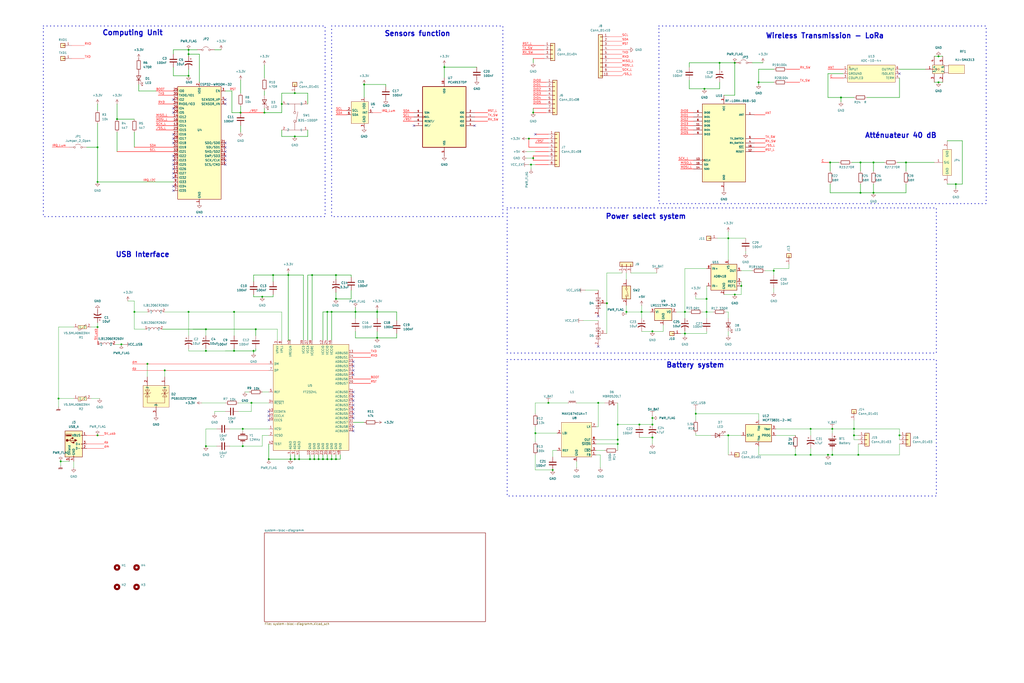
<source format=kicad_sch>
(kicad_sch (version 20231120) (generator "eeschema") (generator_version "8.0")
  (paper "User" 600 400.4)
  (junction (at 382.27 248.92))
  (junction (at 154.94 66.04))
  (junction (at 500.38 255.27))
  (junction (at 78.74 182.88))
  (junction (at 367.03 182.88))
  (junction (at 208.28 182.88))
  (junction (at 412.75 52.07))
  (junction (at 196.85 161.29))
  (junction (at 147.32 236.22))
  (junction (at 486.41 95.25))
  (junction (at 194.31 182.88))
  (junction (at 149.86 193.04))
  (junction (at 170.18 269.24))
  (junction (at 137.16 205.74))
  (junction (at 140.97 66.04))
  (junction (at 110.49 182.88))
  (junction (at 191.77 182.88))
  (junction (at 560.07 107.95))
  (junction (at 165.1 60.96))
  (junction (at 168.91 161.29))
  (junction (at 407.67 242.57))
  (junction (at 375.92 182.88))
  (junction (at 492.76 57.15))
  (junction (at 110.49 29.21))
  (junction (at 511.81 95.25))
  (junction (at 57.15 255.27))
  (junction (at 511.81 113.03))
  (junction (at 504.19 95.25))
  (junction (at 430.53 36.83))
  (junction (at 196.85 175.26))
  (junction (at 500.38 251.46))
  (junction (at 186.69 269.24))
  (junction (at 527.05 255.27))
  (junction (at 260.35 39.37))
  (junction (at 182.88 161.29))
  (junction (at 421.64 36.83))
  (junction (at 426.72 255.27))
  (junction (at 35.56 270.51))
  (junction (at 485.14 266.7))
  (junction (at 502.92 266.7))
  (junction (at 401.32 195.58))
  (junction (at 57.15 106.68))
  (junction (at 321.31 236.22))
  (junction (at 361.95 248.92))
  (junction (at 172.72 269.24))
  (junction (at 148.59 205.74))
  (junction (at 57.15 86.36))
  (junction (at 430.53 172.72))
  (junction (at 120.65 261.62))
  (junction (at 355.6 177.8))
  (junction (at 157.48 269.24))
  (junction (at 142.24 261.62))
  (junction (at 453.39 158.75))
  (junction (at 110.49 44.45))
  (junction (at 57.15 191.77))
  (junction (at 189.23 269.24))
  (junction (at 382.27 245.11))
  (junction (at 34.29 233.68))
  (junction (at 71.12 201.93))
  (junction (at 361.95 257.81))
  (junction (at 142.24 251.46))
  (junction (at 361.95 260.35))
  (junction (at 504.19 113.03))
  (junction (at 444.5 48.26))
  (junction (at 181.61 269.24))
  (junction (at 120.65 205.74))
  (junction (at 184.15 269.24))
  (junction (at 374.65 248.92))
  (junction (at 96.52 217.17))
  (junction (at 530.86 95.25))
  (junction (at 382.27 256.54))
  (junction (at 414.02 182.88))
  (junction (at 196.85 269.24))
  (junction (at 312.42 92.71))
  (junction (at 213.36 49.53))
  (junction (at 382.27 194.31))
  (junction (at 191.77 269.24))
  (junction (at 323.85 275.59))
  (junction (at 309.88 81.28))
  (junction (at 137.16 182.88))
  (junction (at 153.67 173.99))
  (junction (at 311.15 96.52))
  (junction (at 474.98 266.7))
  (junction (at 194.31 269.24))
  (junction (at 160.02 161.29))
  (junction (at 120.65 193.04))
  (junction (at 172.72 54.61))
  (junction (at 487.68 266.7))
  (junction (at 220.98 182.88))
  (junction (at 549.91 48.26))
  (junction (at 401.32 182.88))
  (junction (at 414.02 175.26))
  (junction (at 426.72 139.7))
  (junction (at 487.68 251.46))
  (junction (at 86.36 213.36))
  (junction (at 220.98 198.12))
  (junction (at 110.49 31.75))
  (junction (at 474.98 251.46))
  (junction (at 350.52 236.22))
  (junction (at 313.69 254))
  (junction (at 434.34 167.64))
  (junction (at 466.09 266.7))
  (junction (at 172.72 80.01))
  (junction (at 549.91 33.02))
  (junction (at 175.26 269.24))
  (junction (at 312.42 66.04))
  (junction (at 68.58 69.85))
  (no_connect (at 132.08 96.52))
  (no_connect (at 101.6 101.6))
  (no_connect (at 101.6 96.52))
  (no_connect (at 207.01 245.11))
  (no_connect (at 101.6 111.76))
  (no_connect (at 101.6 83.82))
  (no_connect (at 157.48 243.84))
  (no_connect (at 101.6 78.74))
  (no_connect (at 278.13 73.66))
  (no_connect (at 207.01 242.57))
  (no_connect (at 207.01 219.71))
  (no_connect (at 132.08 88.9))
  (no_connect (at 132.08 60.96))
  (no_connect (at 101.6 58.42))
  (no_connect (at 207.01 232.41))
  (no_connect (at 101.6 93.98))
  (no_connect (at 527.05 43.18))
  (no_connect (at 207.01 217.17))
  (no_connect (at 207.01 212.09))
  (no_connect (at 207.01 252.73))
  (no_connect (at 132.08 58.42))
  (no_connect (at 101.6 63.5))
  (no_connect (at 207.01 250.19))
  (no_connect (at 313.69 78.74))
  (no_connect (at 207.01 229.87))
  (no_connect (at 157.48 241.3))
  (no_connect (at 132.08 93.98))
  (no_connect (at 207.01 237.49))
  (no_connect (at 207.01 240.03))
  (no_connect (at 350.52 185.42))
  (no_connect (at 101.6 66.04))
  (no_connect (at 207.01 214.63))
  (no_connect (at 101.6 99.06))
  (no_connect (at 101.6 104.14))
  (no_connect (at 132.08 83.82))
  (no_connect (at 132.08 86.36))
  (no_connect (at 101.6 109.22))
  (no_connect (at 132.08 91.44))
  (no_connect (at 207.01 234.95))
  (no_connect (at 101.6 91.44))
  (no_connect (at 157.48 246.38))
  (no_connect (at 101.6 81.28))
  (no_connect (at 350.52 203.2))
  (no_connect (at 242.57 73.66))
  (wire (pts (xy 312.42 55.88) (xy 320.04 55.88)) (stroke (width 0.25) (color 255 0 0 1)))
  (wire (pts (xy 401.32 194.31) (xy 401.32 195.58)))
  (wire (pts (xy 110.49 204.47) (xy 110.49 205.74)))
  (wire (pts (xy 356.87 34.29) (xy 364.49 34.29)) (stroke (width 0) (color 255 0 0 1)))
  (wire (pts (xy 213.36 49.53) (xy 213.36 57.15)) (stroke (width 0.25)))
  (wire (pts (xy 157.48 260.35) (xy 157.48 269.24)) (stroke (width 0.25)))
  (wire (pts (xy 313.69 236.22) (xy 321.31 236.22)))
  (wire (pts (xy 278.13 66.04) (xy 285.75 66.04)) (stroke (width 0.25) (color 255 0 0 1)))
  (wire (pts (xy 525.78 95.25) (xy 530.86 95.25)) (stroke (width 0.25)))
  (wire (pts (xy 388.62 190.5) (xy 388.62 194.31)))
  (wire (pts (xy 414.02 182.88) (xy 414.02 186.69)))
  (wire (pts (xy 312.42 48.26) (xy 320.04 48.26)) (stroke (width 0.25) (color 255 0 0 1)))
  (wire (pts (xy 154.94 66.04) (xy 165.1 66.04)) (stroke (width 0.25)))
  (wire (pts (xy 499.11 95.25) (xy 504.19 95.25)) (stroke (width 0.25)))
  (wire (pts (xy 361.95 257.81) (xy 361.95 260.35)))
  (wire (pts (xy 382.27 194.31) (xy 375.92 194.31)))
  (wire (pts (xy 430.53 36.83) (xy 430.53 55.88)) (stroke (width 0.25)))
  (wire (pts (xy 311.15 96.52) (xy 313.69 96.52)))
  (wire (pts (xy 149.86 193.04) (xy 162.56 193.04)))
  (wire (pts (xy 486.41 95.25) (xy 491.49 95.25)) (stroke (width 0.25)))
  (wire (pts (xy 444.5 48.26) (xy 444.5 49.53)) (stroke (width 0.25)))
  (wire (pts (xy 139.7 236.22) (xy 147.32 236.22)))
  (wire (pts (xy 175.26 266.7) (xy 175.26 269.24)) (stroke (width 0.25)))
  (wire (pts (xy 196.85 171.45) (xy 196.85 175.26)) (stroke (width 0.25)))
  (wire (pts (xy 453.39 157.48) (xy 453.39 158.75)))
  (wire (pts (xy 170.18 269.24) (xy 172.72 269.24)) (stroke (width 0.25)))
  (wire (pts (xy 312.42 34.29) (xy 312.42 36.83)) (stroke (width 0.25)))
  (wire (pts (xy 356.87 39.37) (xy 364.49 39.37)) (stroke (width 0) (color 255 0 0 1)))
  (wire (pts (xy 120.65 205.74) (xy 132.08 205.74)))
  (wire (pts (xy 549.91 33.02) (xy 552.45 33.02)) (stroke (width 0.25)))
  (wire (pts (xy 530.86 95.25) (xy 547.37 95.25)) (stroke (width 0.25)))
  (wire (pts (xy 309.88 81.28) (xy 321.31 81.28)) (stroke (width 0.25) (color 255 0 0 1)))
  (wire (pts (xy 120.65 193.04) (xy 120.65 196.85)))
  (wire (pts (xy 91.44 68.58) (xy 101.6 68.58)) (stroke (width 0.25) (color 255 0 0 1)))
  (wire (pts (xy 182.88 161.29) (xy 182.88 199.39)) (stroke (width 0.25)))
  (wire (pts (xy 92.71 60.96) (xy 101.6 60.96)) (stroke (width 0.25) (color 255 0 0 1)))
  (wire (pts (xy 86.36 213.36) (xy 86.36 220.98)))
  (wire (pts (xy 426.72 255.27) (xy 426.72 266.7)))
  (wire (pts (xy 101.6 106.68) (xy 57.15 106.68)) (stroke (width 0.25)))
  (wire (pts (xy 236.22 68.58) (xy 242.57 68.58)) (stroke (width 0.25) (color 255 0 0 1)))
  (wire (pts (xy 110.49 182.88) (xy 110.49 196.85)))
  (wire (pts (xy 312.42 53.34) (xy 320.04 53.34)) (stroke (width 0.25) (color 255 0 0 1)))
  (wire (pts (xy 194.31 182.88) (xy 208.28 182.88)) (stroke (width 0.25)))
  (wire (pts (xy 403.86 36.83) (xy 403.86 39.37)) (stroke (width 0.25)))
  (wire (pts (xy 68.58 88.9) (xy 68.58 77.47)) (stroke (width 0.25)))
  (wire (pts (xy 436.88 147.32) (xy 436.88 148.59)))
  (wire (pts (xy 318.77 34.29) (xy 312.42 34.29)) (stroke (width 0.25) (color 255 0 0 1)))
  (wire (pts (xy 91.44 76.2) (xy 101.6 76.2)) (stroke (width 0.25) (color 255 0 0 1)))
  (wire (pts (xy 312.42 93.98) (xy 321.31 93.98)) (stroke (width 0.25) (color 255 0 0 1)))
  (wire (pts (xy 349.25 250.19) (xy 350.52 250.19)))
  (wire (pts (xy 414.02 195.58) (xy 414.02 194.31)))
  (wire (pts (xy 356.87 41.91) (xy 364.49 41.91)) (stroke (width 0) (color 255 0 0 1)))
  (wire (pts (xy 180.34 54.61) (xy 180.34 60.96)) (stroke (width 0.25)))
  (wire (pts (xy 341.63 187.96) (xy 350.52 187.96)))
  (wire (pts (xy 208.28 194.31) (xy 208.28 198.12)) (stroke (width 0.25)))
  (wire (pts (xy 401.32 195.58) (xy 414.02 195.58)))
  (wire (pts (xy 462.28 157.48) (xy 453.39 157.48)))
  (wire (pts (xy 78.74 176.53) (xy 78.74 182.88)))
  (wire (pts (xy 398.78 195.58) (xy 401.32 195.58)))
  (wire (pts (xy 309.88 96.52) (xy 311.15 96.52)))
  (wire (pts (xy 278.13 71.12) (xy 285.75 71.12)) (stroke (width 0.25) (color 255 0 0 1)))
  (wire (pts (xy 53.34 233.68) (xy 58.42 233.68)))
  (wire (pts (xy 165.1 80.01) (xy 172.72 80.01)) (stroke (width 0.25)))
  (wire (pts (xy 312.42 66.04) (xy 320.04 66.04)) (stroke (width 0.25) (color 255 0 0 1)))
  (wire (pts (xy 502.92 260.35) (xy 502.92 266.7)))
  (wire (pts (xy 205.74 161.29) (xy 205.74 162.56)) (stroke (width 0.25)))
  (wire (pts (xy 361.95 260.35) (xy 361.95 264.16)))
  (wire (pts (xy 120.65 193.04) (xy 149.86 193.04)) (stroke (width 0.25)))
  (wire (pts (xy 184.15 269.24) (xy 186.69 269.24)) (stroke (width 0.25)))
  (wire (pts (xy 487.68 251.46) (xy 487.68 254)))
  (wire (pts (xy 485.14 57.15) (xy 492.76 57.15)) (stroke (width 0.25)))
  (wire (pts (xy 453.39 168.91) (xy 453.39 171.45)))
  (wire (pts (xy 149.86 204.47) (xy 149.86 205.74)) (stroke (width 0.25)))
  (wire (pts (xy 424.18 55.88) (xy 430.53 55.88)) (stroke (width 0.25)))
  (wire (pts (xy 494.03 43.18) (xy 485.14 43.18)) (stroke (width 0.25)))
  (wire (pts (xy 426.72 139.7) (xy 426.72 152.4)))
  (wire (pts (xy 407.67 175.26) (xy 407.67 173.99)))
  (wire (pts (xy 434.34 158.75) (xy 440.69 158.75)))
  (wire (pts (xy 153.67 173.99) (xy 160.02 173.99)) (stroke (width 0.25)))
  (wire (pts (xy 487.68 251.46) (xy 500.38 251.46)))
  (wire (pts (xy 396.24 182.88) (xy 401.32 182.88)))
  (wire (pts (xy 425.45 182.88) (xy 426.72 182.88)))
  (wire (pts (xy 113.03 193.04) (xy 120.65 193.04)))
  (wire (pts (xy 148.59 205.74) (xy 148.59 207.01)) (stroke (width 0.25)))
  (wire (pts (xy 34.29 233.68) (xy 43.18 233.68)))
  (wire (pts (xy 95.25 193.04) (xy 120.65 193.04)) (stroke (width 0.25)))
  (wire (pts (xy 177.8 199.39) (xy 177.8 161.29)) (stroke (width 0.25)))
  (wire (pts (xy 308.61 88.9) (xy 313.69 88.9)))
  (wire (pts (xy 421.64 36.83) (xy 403.86 36.83)) (stroke (width 0.25)))
  (wire (pts (xy 77.47 217.17) (xy 96.52 217.17)) (stroke (width 0) (color 255 0 0 1)))
  (wire (pts (xy 57.15 201.93) (xy 57.15 191.77)) (stroke (width 0) (color 255 0 0 1)))
  (wire (pts (xy 208.28 182.88) (xy 208.28 180.34)) (stroke (width 0.25)))
  (wire (pts (xy 43.18 270.51) (xy 43.18 274.32)))
  (wire (pts (xy 57.15 60.96) (xy 57.15 64.77)) (stroke (width 0.25)))
  (wire (pts (xy 120.65 261.62) (xy 127 261.62)))
  (wire (pts (xy 232.41 198.12) (xy 232.41 195.58)) (stroke (width 0.25)))
  (wire (pts (xy 355.6 160.02) (xy 355.6 177.8)))
  (wire (pts (xy 382.27 243.84) (xy 382.27 245.11)))
  (wire (pts (xy 398.78 73.66) (xy 406.4 73.66)) (stroke (width 0.25) (color 255 0 0 1)))
  (wire (pts (xy 453.39 40.64) (xy 444.5 40.64)) (stroke (width 0.25)))
  (wire (pts (xy 181.61 269.24) (xy 184.15 269.24)) (stroke (width 0.25)))
  (wire (pts (xy 407.67 255.27) (xy 416.56 255.27)))
  (wire (pts (xy 485.14 40.64) (xy 494.03 40.64)) (stroke (width 0.25) (color 255 0 0 1)))
  (wire (pts (xy 149.86 193.04) (xy 149.86 196.85)) (stroke (width 0.25)))
  (wire (pts (xy 260.35 39.37) (xy 260.35 45.72)) (stroke (width 0.25)))
  (wire (pts (xy 162.56 193.04) (xy 162.56 199.39)))
  (wire (pts (xy 43.18 191.77) (xy 34.29 191.77)))
  (wire (pts (xy 462.28 154.94) (xy 462.28 157.48)))
  (wire (pts (xy 349.25 264.16) (xy 354.33 264.16)))
  (wire (pts (xy 232.41 182.88) (xy 232.41 187.96)) (stroke (width 0.25)))
  (wire (pts (xy 444.5 242.57) (xy 407.67 242.57)))
  (wire (pts (xy 148.59 161.29) (xy 160.02 161.29)) (stroke (width 0.25)))
  (wire (pts (xy 120.65 204.47) (xy 120.65 205.74)))
  (wire (pts (xy 213.36 49.53) (xy 226.06 49.53)) (stroke (width 0.25)))
  (wire (pts (xy 312.42 60.96) (xy 320.04 60.96)) (stroke (width 0.25) (color 255 0 0 1)))
  (wire (pts (xy 196.85 175.26) (xy 205.74 175.26)) (stroke (width 0.25)))
  (wire (pts (xy 323.85 264.16) (xy 323.85 267.97)))
  (wire (pts (xy 137.16 204.47) (xy 137.16 205.74)) (stroke (width 0.25)))
  (wire (pts (xy 157.48 269.24) (xy 170.18 269.24)) (stroke (width 0.25)))
  (wire (pts (xy 260.35 39.37) (xy 279.4 39.37)) (stroke (width 0.25)))
  (wire (pts (xy 194.31 269.24) (xy 196.85 269.24)) (stroke (width 0.25)))
  (wire (pts (xy 407.67 254) (xy 407.67 255.27)))
  (wire (pts (xy 78.74 176.53) (xy 74.93 176.53)))
  (wire (pts (xy 91.44 71.12) (xy 101.6 71.12)) (stroke (width 0.25) (color 255 0 0 1)))
  (wire (pts (xy 309.88 86.36) (xy 321.31 86.36)) (stroke (width 0.25) (color 255 0 0 1)))
  (wire (pts (xy 170.18 266.7) (xy 170.18 269.24)) (stroke (width 0.25)))
  (wire (pts (xy 137.16 182.88) (xy 165.1 182.88)))
  (wire (pts (xy 147.32 241.3) (xy 147.32 236.22)))
  (wire (pts (xy 403.86 52.07) (xy 403.86 46.99)) (stroke (width 0.25)))
  (wire (pts (xy 486.41 107.95) (xy 486.41 113.03)) (stroke (width 0.25)))
  (wire (pts (xy 453.39 158.75) (xy 453.39 161.29)))
  (wire (pts (xy 313.69 88.9) (xy 321.31 88.9)) (stroke (width 0.25) (color 255 0 0 1)))
  (wire (pts (xy 547.37 48.26) (xy 549.91 48.26)) (stroke (width 0.25)))
  (wire (pts (xy 116.84 48.26) (xy 116.84 31.75)) (stroke (width 0.25)))
  (wire (pts (xy 96.52 182.88) (xy 110.49 182.88)))
  (wire (pts (xy 96.52 217.17) (xy 157.48 217.17)) (stroke (width 0) (color 255 0 0 1)))
  (wire (pts (xy 426.72 182.88) (xy 426.72 186.69)))
  (wire (pts (xy 50.8 86.36) (xy 57.15 86.36)) (stroke (width 0.25)))
  (wire (pts (xy 312.42 50.8) (xy 320.04 50.8)) (stroke (width 0.25) (color 255 0 0 1)))
  (wire (pts (xy 461.01 48.26) (xy 468.63 48.26)) (stroke (width 0.25) (color 255 0 0 1)))
  (wire (pts (xy 78.74 86.36) (xy 78.74 77.47)) (stroke (width 0.25)))
  (wire (pts (xy 426.72 194.31) (xy 426.72 196.85)))
  (wire (pts (xy 382.27 245.11) (xy 382.27 248.92)))
  (wire (pts (xy 374.65 256.54) (xy 382.27 256.54)))
  (wire (pts (xy 441.96 83.82) (xy 448.31 83.82)) (stroke (width 0.25) (color 255 0 0 1)))
  (wire (pts (xy 350.52 250.19) (xy 350.52 236.22)))
  (wire (pts (xy 148.59 161.29) (xy 148.59 165.1)) (stroke (width 0.25)))
  (wire (pts (xy 492.76 57.15) (xy 492.76 59.69)) (stroke (width 0.25)))
  (wire (pts (xy 444.5 48.26) (xy 453.39 48.26)) (stroke (width 0.25)))
  (wire (pts (xy 134.62 261.62) (xy 142.24 261.62)))
  (wire (pts (xy 374.65 248.92) (xy 382.27 248.92)))
  (wire (pts (xy 306.07 29.21) (xy 318.77 29.21)) (stroke (width 0.25) (color 255 0 0 1)))
  (wire (pts (xy 361.95 248.92) (xy 374.65 248.92)))
  (wire (pts (xy 485.14 266.7) (xy 487.68 266.7)))
  (wire (pts (xy 220.98 182.88) (xy 220.98 186.69)) (stroke (width 0.25)))
  (wire (pts (xy 356.87 29.21) (xy 368.3 29.21)) (stroke (width 0) (color 255 0 0 1)))
  (wire (pts (xy 180.34 161.29) (xy 182.88 161.29)) (stroke (width 0.25)))
  (wire (pts (xy 350.52 236.22) (xy 354.33 236.22)))
  (wire (pts (xy 527.05 45.72) (xy 527.05 57.15)) (stroke (width 0.25)))
  (wire (pts (xy 454.66 251.46) (xy 474.98 251.46)))
  (wire (pts (xy 349.25 266.7) (xy 351.79 266.7)))
  (wire (pts (xy 414.02 182.88) (xy 417.83 182.88)))
  (wire (pts (xy 180.34 199.39) (xy 180.34 161.29)) (stroke (width 0.25)))
  (wire (pts (xy 142.24 251.46) (xy 142.24 252.73)))
  (wire (pts (xy 148.59 172.72) (xy 148.59 173.99)) (stroke (width 0.25)))
  (wire (pts (xy 165.1 60.96) (xy 165.1 66.04)) (stroke (width 0.25)))
  (wire (pts (xy 81.28 53.34) (xy 91.44 53.34)) (stroke (width 0.25)))
  (wire (pts (xy 312.42 58.42) (xy 320.04 58.42)) (stroke (width 0.25) (color 255 0 0 1)))
  (wire (pts (xy 486.41 100.33) (xy 486.41 95.25)) (stroke (width 0.25)))
  (wire (pts (xy 191.77 266.7) (xy 191.77 269.24)) (stroke (width 0.25)))
  (wire (pts (xy 135.89 66.04) (xy 140.97 66.04)) (stroke (width 0.25)))
  (wire (pts (xy 441.96 81.28) (xy 448.31 81.28)) (stroke (width 0.25) (color 255 0 0 1)))
  (wire (pts (xy 356.87 26.67) (xy 364.49 26.67)) (stroke (width 0) (color 255 0 0 1)))
  (wire (pts (xy 466.09 266.7) (xy 474.98 266.7)))
  (wire (pts (xy 157.48 255.27) (xy 153.67 255.27)))
  (wire (pts (xy 466.09 262.89) (xy 466.09 266.7)))
  (wire (pts (xy 41.91 26.67) (xy 49.53 26.67)) (stroke (width 0) (color 255 0 0 1)))
  (wire (pts (xy 502.92 257.81) (xy 500.38 257.81)))
  (wire (pts (xy 180.34 54.61) (xy 172.72 54.61)) (stroke (width 0.25)))
  (wire (pts (xy 140.97 62.23) (xy 140.97 66.04)) (stroke (width 0.25)))
  (wire (pts (xy 326.39 264.16) (xy 323.85 264.16)))
  (wire (pts (xy 208.28 182.88) (xy 220.98 182.88)) (stroke (width 0.25)))
  (wire (pts (xy 502.92 266.7) (xy 527.05 266.7)))
  (wire (pts (xy 398.78 99.06) (xy 406.4 99.06)) (stroke (width 0.25) (color 255 0 0 1)))
  (wire (pts (xy 486.41 45.72) (xy 494.03 45.72)) (stroke (width 0.25) (color 255 0 0 1)))
  (wire (pts (xy 194.31 266.7) (xy 194.31 269.24)) (stroke (width 0.25)))
  (wire (pts (xy 421.64 48.26) (xy 421.64 52.07)) (stroke (width 0.25)))
  (wire (pts (xy 153.67 229.87) (xy 157.48 229.87)))
  (wire (pts (xy 125.73 29.21) (xy 129.54 29.21)) (stroke (width 0.25)))
  (wire (pts (xy 375.92 182.88) (xy 375.92 186.69)))
  (wire (pts (xy 511.81 113.03) (xy 530.86 113.03)) (stroke (width 0.25)))
  (wire (pts (xy 196.85 67.31) (xy 203.2 67.31)) (stroke (width 0.25) (color 255 0 0 1)))
  (wire (pts (xy 196.85 269.24) (xy 199.39 269.24)) (stroke (width 0.25)))
  (wire (pts (xy 487.68 266.7) (xy 502.92 266.7)))
  (wire (pts (xy 414.02 167.64) (xy 414.02 175.26)))
  (wire (pts (xy 313.69 254) (xy 313.69 259.08)))
  (wire (pts (xy 367.03 179.07) (xy 367.03 182.88)))
  (wire (pts (xy 306.07 26.67) (xy 318.77 26.67)) (stroke (width 0.25) (color 255 0 0 1)))
  (wire (pts (xy 110.49 29.21) (xy 110.49 31.75)) (stroke (width 0.25)))
  (wire (pts (xy 527.05 255.27) (xy 527.05 257.81)))
  (wire (pts (xy 57.15 189.23) (xy 57.15 191.77)))
  (wire (pts (xy 398.78 78.74) (xy 406.4 78.74)) (stroke (width 0.25) (color 255 0 0 1)))
  (wire (pts (xy 68.58 60.96) (xy 68.58 69.85)) (stroke (width 0.25)))
  (wire (pts (xy 207.01 247.65) (xy 213.36 247.65)) (stroke (width 0.25)))
  (wire (pts (xy 511.81 95.25) (xy 518.16 95.25)) (stroke (width 0.25)))
  (wire (pts (xy 236.22 71.12) (xy 242.57 71.12)) (stroke (width 0.25) (color 255 0 0 1)))
  (wire (pts (xy 35.56 270.51) (xy 35.56 273.05)))
  (wire (pts (xy 401.32 182.88) (xy 403.86 182.88)))
  (wire (pts (xy 313.69 83.82) (xy 321.31 83.82)) (stroke (width 0.25) (color 255 0 0 1)))
  (wire (pts (xy 110.49 29.21) (xy 101.6 29.21)) (stroke (width 0.25)))
  (wire (pts (xy 40.64 270.51) (xy 35.56 270.51)))
  (wire (pts (xy 308.61 81.28) (xy 309.88 81.28)))
  (wire (pts (xy 500.38 246.38) (xy 500.38 251.46)))
  (wire (pts (xy 313.69 96.52) (xy 321.31 96.52)) (stroke (width 0.25) (color 255 0 0 1)))
  (wire (pts (xy 139.7 241.3) (xy 147.32 241.3)))
  (wire (pts (xy 101.6 88.9) (xy 68.58 88.9)) (stroke (width 0.25) (color 255 0 0 1)))
  (wire (pts (xy 143.51 229.87) (xy 146.05 229.87)))
  (wire (pts (xy 382.27 194.31) (xy 388.62 194.31)))
  (wire (pts (xy 407.67 242.57) (xy 407.67 246.38)))
  (wire (pts (xy 34.29 191.77) (xy 34.29 233.68)))
  (wire (pts (xy 397.51 93.98) (xy 406.4 93.98)) (stroke (width 0.25) (color 255 0 0 1)))
  (wire (pts (xy 369.57 160.02) (xy 384.81 160.02)))
  (wire (pts (xy 175.26 269.24) (xy 181.61 269.24)) (stroke (width 0.25)))
  (wire (pts (xy 110.49 40.64) (xy 110.49 44.45)) (stroke (width 0.25)))
  (wire (pts (xy 356.87 24.13) (xy 364.49 24.13)) (stroke (width 0) (color 255 0 0 1)))
  (wire (pts (xy 530.86 113.03) (xy 530.86 107.95)) (stroke (width 0.25)))
  (wire (pts (xy 220.98 182.88) (xy 220.98 181.61)))
  (wire (pts (xy 504.19 107.95) (xy 504.19 113.03)) (stroke (width 0.25)))
  (wire (pts (xy 78.74 193.04) (xy 85.09 193.04)))
  (wire (pts (xy 337.82 236.22) (xy 350.52 236.22)))
  (wire (pts (xy 500.38 255.27) (xy 500.38 251.46)))
  (wire (pts (xy 382.27 256.54) (xy 382.27 260.35)))
  (wire (pts (xy 134.62 251.46) (xy 142.24 251.46)))
  (wire (pts (xy 57.15 255.27) (xy 60.96 255.27)) (stroke (width 0) (color 255 0 0 1)))
  (wire (pts (xy 41.91 34.29) (xy 49.53 34.29)) (stroke (width 0) (color 255 0 0 1)))
  (wire (pts (xy 414.02 175.26) (xy 414.02 182.88)))
  (wire (pts (xy 313.69 275.59) (xy 323.85 275.59)))
  (wire (pts (xy 116.84 31.75) (xy 110.49 31.75)) (stroke (width 0.25)))
  (wire (pts (xy 101.6 44.45) (xy 101.6 39.37)) (stroke (width 0.25)))
  (wire (pts (xy 191.77 182.88) (xy 194.31 182.88)) (stroke (width 0.25)))
  (wire (pts (xy 101.6 29.21) (xy 101.6 31.75)) (stroke (width 0.25)))
  (wire (pts (xy 147.32 236.22) (xy 157.48 236.22)))
  (wire (pts (xy 153.67 261.62) (xy 142.24 261.62)))
  (wire (pts (xy 401.32 157.48) (xy 401.32 182.88)))
  (wire (pts (xy 508 57.15) (xy 527.05 57.15)) (stroke (width 0.25)))
  (wire (pts (xy 191.77 269.24) (xy 194.31 269.24)) (stroke (width 0.25)))
  (wire (pts (xy 78.74 182.88) (xy 86.36 182.88)))
  (wire (pts (xy 313.69 242.57) (xy 313.69 236.22)))
  (wire (pts (xy 91.44 73.66) (xy 101.6 73.66)) (stroke (width 0.25) (color 255 0 0 1)))
  (wire (pts (xy 313.69 254) (xy 326.39 254)))
  (wire (pts (xy 86.36 213.36) (xy 157.48 213.36)) (stroke (width 0) (color 255 0 0 1)))
  (wire (pts (xy 142.24 251.46) (xy 157.48 251.46)))
  (wire (pts (xy 313.69 250.19) (xy 313.69 254)))
  (wire (pts (xy 349.25 260.35) (xy 361.95 260.35)))
  (wire (pts (xy 57.15 86.36) (xy 57.15 106.68)) (stroke (width 0.25)))
  (wire (pts (xy 547.37 33.02) (xy 549.91 33.02)) (stroke (width 0.25)))
  (wire (pts (xy 527.05 251.46) (xy 527.05 255.27)))
  (wire (pts (xy 165.1 60.96) (xy 165.1 54.61)) (stroke (width 0.25)))
  (wire (pts (xy 110.49 31.75) (xy 110.49 33.02)) (stroke (width 0.25)))
  (wire (pts (xy 444.5 261.62) (xy 444.5 266.7)))
  (wire (pts (xy 511.81 95.25) (xy 511.81 100.33)) (stroke (width 0.25)))
  (wire (pts (xy 30.48 86.36) (xy 40.64 86.36)) (stroke (width 0) (color 255 0 0 1)))
  (wire (pts (xy 367.03 182.88) (xy 375.92 182.88)))
  (wire (pts (xy 474.98 251.46) (xy 474.98 255.27)))
  (wire (pts (xy 444.5 246.38) (xy 444.5 242.57)))
  (wire (pts (xy 563.88 107.95) (xy 560.07 107.95)) (stroke (width 0.25)))
  (wire (pts (xy 560.07 107.95) (xy 560.07 110.49)) (stroke (width 0.25)))
  (wire (pts (xy 92.71 55.88) (xy 101.6 55.88)) (stroke (width 0.25) (color 255 0 0 1)))
  (wire (pts (xy 208.28 198.12) (xy 220.98 198.12)) (stroke (width 0.25)))
  (wire (pts (xy 199.39 269.24) (xy 199.39 266.7)) (stroke (width 0.25)))
  (wire (pts (xy 57.15 86.36) (xy 57.15 72.39)) (stroke (width 0.25)))
  (wire (pts (xy 401.32 182.88) (xy 401.32 186.69)))
  (wire (pts (xy 447.04 36.83) (xy 440.69 36.83)) (stroke (width 0.25)))
  (wire (pts (xy 421.64 52.07) (xy 412.75 52.07)) (stroke (width 0.25)))
  (wire (pts (xy 461.01 40.64) (xy 468.63 40.64)) (stroke (width 0.25) (color 255 0 0 1)))
  (wire (pts (xy 165.1 182.88) (xy 165.1 199.39)))
  (wire (pts (xy 407.67 240.03) (xy 407.67 242.57)))
  (wire (pts (xy 398.78 71.12) (xy 406.4 71.12)) (stroke (width 0.25) (color 255 0 0 1)))
  (wire (pts (xy 356.87 21.59) (xy 364.49 21.59)) (stroke (width 0) (color 255 0 0 1)))
  (wire (pts (xy 140.97 73.66) (xy 140.97 77.47)) (stroke (width 0.25)))
  (wire (pts (xy 426.72 255.27) (xy 434.34 255.27)))
  (wire (pts (xy 172.72 269.24) (xy 175.26 269.24)) (stroke (width 0.25)))
  (wire (pts (xy 311.15 96.52) (xy 311.15 99.06)))
  (wire (pts (xy 312.42 91.44) (xy 312.42 92.71)) (stroke (width 0.25) (color 255 0 0 1)))
  (wire (pts (xy 355.6 177.8) (xy 355.6 195.58)))
  (wire (pts (xy 226.06 49.53) (xy 226.06 50.8)) (stroke (width 0.25)))
  (wire (pts (xy 160.02 161.29) (xy 168.91 161.29)) (stroke (width 0.25)))
  (wire (pts (xy 511.81 107.95) (xy 511.81 113.03)) (stroke (width 0.25)))
  (wire (pts (xy 407.67 175.26) (xy 414.02 175.26)))
  (wire (pts (xy 196.85 64.77) (xy 203.2 64.77)) (stroke (width 0.25) (color 255 0 0 1)))
  (wire (pts (xy 220.98 182.88) (xy 232.41 182.88)) (stroke (width 0.25)))
  (wire (pts (xy 189.23 269.24) (xy 191.77 269.24)) (stroke (width 0.25)))
  (wire (pts (xy 375.92 179.07) (xy 375.92 182.88)))
  (wire (pts (xy 424.18 255.27) (xy 426.72 255.27)))
  (wire (pts (xy 398.78 96.52) (xy 406.4 96.52)) (stroke (width 0.25) (color 255 0 0 1)))
  (wire (pts (xy 220.98 194.31) (xy 220.98 198.12)) (stroke (width 0.25)))
  (wire (pts (xy 367.03 160.02) (xy 367.03 163.83)))
  (wire (pts (xy 189.23 266.7) (xy 189.23 269.24)) (stroke (width 0.25)))
  (wire (pts (xy 120.65 251.46) (xy 120.65 261.62)))
  (wire (pts (xy 140.97 66.04) (xy 154.94 66.04)) (stroke (width 0.25) (color 255 0 0 1)))
  (wire (pts (xy 426.72 139.7) (xy 436.88 139.7)))
  (wire (pts (xy 135.89 53.34) (xy 135.89 66.04)) (stroke (width 0.25)))
  (wire (pts (xy 57.15 191.77) (xy 53.34 191.77)))
  (wire (pts (xy 356.87 36.83) (xy 364.49 36.83)) (stroke (width 0) (color 255 0 0 1)))
  (wire (pts (xy 306.07 31.75) (xy 318.77 31.75)) (stroke (width 0.25) (color 255 0 0 1)))
  (wire (pts (xy 312.42 63.5) (xy 320.04 63.5)) (stroke (width 0.25) (color 255 0 0 1)))
  (wire (pts (xy 414.02 157.48) (xy 401.32 157.48)))
  (wire (pts (xy 485.14 43.18) (xy 485.14 57.15)) (stroke (width 0.25)))
  (wire (pts (xy 426.72 135.89) (xy 426.72 139.7)))
  (wire (pts (xy 434.34 165.1) (xy 434.34 167.64)))
  (wire (pts (xy 189.23 182.88) (xy 191.77 182.88)) (stroke (width 0.25)))
  (wire (pts (xy 500.38 255.27) (xy 502.92 255.27)))
  (wire (pts (xy 194.31 182.88) (xy 194.31 199.39)) (stroke (width 0.25)))
  (wire (pts (xy 309.88 86.36) (xy 309.88 81.28)) (stroke (width 0.25) (color 255 0 0 1)))
  (wire (pts (xy 189.23 199.39) (xy 189.23 182.88)) (stroke (width 0.25)))
  (wire (pts (xy 421.64 36.83) (xy 421.64 40.64)) (stroke (width 0.25)))
  (wire (pts (xy 500.38 257.81) (xy 500.38 255.27)))
  (wire (pts (xy 160.02 161.29) (xy 160.02 165.1)) (stroke (width 0.25)))
  (wire (pts (xy 132.08 53.34) (xy 135.89 53.34)) (stroke (width 0.25)))
  (wire (pts (xy 208.28 186.69) (xy 208.28 182.88)) (stroke (width 0.25)))
  (wire (pts (xy 504.19 95.25) (xy 504.19 100.33)) (stroke (width 0.25)))
  (wire (pts (xy 186.69 266.7) (xy 186.69 269.24)) (stroke (width 0.25)))
  (wire (pts (xy 487.68 264.16) (xy 487.68 266.7)))
  (wire (pts (xy 441.96 86.36) (xy 448.31 86.36)) (stroke (width 0.25) (color 255 0 0 1)))
  (wire (pts (xy 220.98 198.12) (xy 232.41 198.12)) (stroke (width 0.25)))
  (wire (pts (xy 184.15 266.7) (xy 184.15 269.24)) (stroke (width 0.25)))
  (wire (pts (xy 441.96 88.9) (xy 448.31 88.9)) (stroke (width 0.25) (color 255 0 0 1)))
  (wire (pts (xy 207.01 209.55) (xy 217.17 209.55)) (stroke (width 0.25) (color 255 0 0 1)))
  (wire (pts (xy 486.41 113.03) (xy 504.19 113.03)) (stroke (width 0.25)))
  (wire (pts (xy 148.59 173.99) (xy 153.67 173.99)) (stroke (width 0.25)))
  (wire (pts (xy 78.74 182.88) (xy 78.74 193.04)))
  (wire (pts (xy 154.94 38.1) (xy 154.94 45.72)) (stroke (width 0.25)))
  (wire (pts (xy 168.91 199.39) (xy 168.91 161.29)) (stroke (width 0.25)))
  (wire (pts (xy 140.97 46.99) (xy 140.97 54.61)) (stroke (width 0.25)))
  (wire (pts (xy 110.49 182.88) (xy 137.16 182.88)))
  (wire (pts (xy 313.69 266.7) (xy 313.69 275.59)))
  (wire (pts (xy 434.34 167.64) (xy 434.34 172.72)))
  (wire (pts (xy 260.35 38.1) (xy 260.35 39.37)) (stroke (width 0.25)))
  (wire (pts (xy 342.9 170.18) (xy 350.52 170.18)))
  (wire (pts (xy 142.24 261.62) (xy 142.24 260.35)))
  (wire (pts (xy 504.19 113.03) (xy 511.81 113.03)) (stroke (width 0.25)))
  (wire (pts (xy 196.85 161.29) (xy 196.85 163.83)) (stroke (width 0.25)))
  (wire (pts (xy 137.16 205.74) (xy 132.08 205.74)) (stroke (width 0.25)))
  (wire (pts (xy 67.31 201.93) (xy 71.12 201.93)))
  (wire (pts (xy 110.49 205.74) (xy 120.65 205.74)))
  (wire (pts (xy 454.66 255.27) (xy 466.09 255.27)))
  (wire (pts (xy 207.01 224.79) (xy 217.17 224.79)) (stroke (width 0.25) (color 255 0 0 1)))
  (wire (pts (xy 364.49 160.02) (xy 355.6 160.02)))
  (wire (pts (xy 125.73 241.3) (xy 125.73 242.57)))
  (wire (pts (xy 500.38 251.46) (xy 527.05 251.46)))
  (wire (pts (xy 172.72 266.7) (xy 172.72 269.24)) (stroke (width 0.25)))
  (wire (pts (xy 441.96 67.31) (xy 448.31 67.31)) (stroke (width 0.25) (color 255 0 0 1)))
  (wire (pts (xy 127 251.46) (xy 120.65 251.46)))
  (wire (pts (xy 91.44 53.34) (xy 101.6 53.34)) (stroke (width 0.25) (color 255 0 0 1)))
  (wire (pts (xy 398.78 68.58) (xy 406.4 68.58)) (stroke (width 0.25) (color 255 0 0 1)))
  (wire (pts (xy 50.8 255.27) (xy 57.15 255.27)) (stroke (width 0) (color 255 0 0 1)))
  (wire (pts (xy 154.94 66.04) (xy 154.94 63.5)) (stroke (width 0.25)))
  (wire (pts (xy 191.77 182.88) (xy 191.77 199.39)) (stroke (width 0.25)))
  (wire (pts (xy 563.88 82.55) (xy 563.88 107.95)) (stroke (width 0.25)))
  (wire (pts (xy 205.74 175.26) (xy 205.74 170.18)) (stroke (width 0.25)))
  (wire (pts (xy 71.12 201.93) (xy 72.39 201.93)))
  (wire (pts (xy 430.53 36.83) (xy 421.64 36.83)) (stroke (width 0.25)))
  (wire (pts (xy 411.48 182.88) (xy 414.02 182.88)))
  (wire (pts (xy 68.58 69.85) (xy 78.74 69.85)) (stroke (width 0.25)))
  (wire (pts (xy 170.18 199.39) (xy 168.91 199.39)) (stroke (width 0.25)))
  (wire (pts (xy 110.49 44.45) (xy 101.6 44.45)) (stroke (width 0.25)))
  (wire (pts (xy 236.22 66.04) (xy 242.57 66.04)) (stroke (width 0.25) (color 255 0 0 1)))
  (wire (pts (xy 474.98 266.7) (xy 485.14 266.7)))
  (wire (pts (xy 50.8 260.35) (xy 60.96 260.35)) (stroke (width 0) (color 255 0 0 1)))
  (wire (pts (xy 361.95 248.92) (xy 361.95 257.81)))
  (wire (pts (xy 549.91 48.26) (xy 552.45 48.26)) (stroke (width 0.25)))
  (wire (pts (xy 182.88 161.29) (xy 196.85 161.29)) (stroke (width 0.25)))
  (wire (pts (xy 398.78 66.04) (xy 406.4 66.04)) (stroke (width 0.25) (color 255 0 0 1)))
  (wire (pts (xy 412.75 52.07) (xy 403.86 52.07)) (stroke (width 0.25)))
  (wire (pts (xy 149.86 205.74) (xy 148.59 205.74)) (stroke (width 0.25)))
  (wire (pts (xy 181.61 266.7) (xy 181.61 269.24)) (stroke (width 0.25)))
  (wire (pts (xy 137.16 205.74) (xy 148.59 205.74)) (stroke (width 0.25)))
  (wire (pts (xy 424.18 172.72) (xy 430.53 172.72)))
  (wire (pts (xy 321.31 236.22) (xy 332.74 236.22)))
  (wire (pts (xy 180.34 80.01) (xy 172.72 80.01)) (stroke (width 0.25)))
  (wire (pts (xy 356.87 44.45) (xy 364.49 44.45)) (stroke (width 0) (color 255 0 0 1)))
  (wire (pts (xy 351.79 266.7) (xy 351.79 274.32)))
  (wire (pts (xy 177.8 161.29) (xy 168.91 161.29)) (stroke (width 0.25)))
  (wire (pts (xy 337.82 270.51) (xy 337.82 274.32)))
  (wire (pts (xy 420.37 139.7) (xy 426.72 139.7)))
  (wire (pts (xy 356.87 31.75) (xy 364.49 31.75)) (stroke (width 0) (color 255 0 0 1)))
  (wire (pts (xy 207.01 222.25) (xy 217.17 222.25)) (stroke (width 0.25) (color 255 0 0 1)))
  (wire (pts (xy 444.5 266.7) (xy 466.09 266.7)))
  (wire (pts (xy 492.76 57.15) (xy 500.38 57.15)) (stroke (width 0.25)))
  (wire (pts (xy 165.1 54.61) (xy 172.72 54.61)) (stroke (width 0.25)))
  (wire (pts (xy 165.1 76.2) (xy 165.1 80.01)) (stroke (width 0.25)))
  (wire (pts (xy 110.49 29.21) (xy 115.57 29.21)) (stroke (width 0.25)))
  (wire (pts (xy 313.69 78.74) (xy 321.31 78.74)) (stroke (width 0.25) (color 255 0 0 1)))
  (wire (pts (xy 77.47 213.36) (xy 86.36 213.36)) (stroke (width 0) (color 255 0 0 1)))
  (wire (pts (xy 207.01 207.01) (xy 217.17 207.01)) (stroke (width 0.25) (color 255 0 0 1)))
  (wire (pts (xy 50.8 262.89) (xy 60.96 262.89)) (stroke (width 0) (color 255 0 0 1)))
  (wire (pts (xy 168.91 161.29) (xy 168.91 160.02)) (stroke (width 0.25)))
  (wire (pts (xy 154.94 53.34) (xy 154.94 55.88)) (stroke (width 0.25)))
  (wire (pts (xy 361.95 236.22) (xy 361.95 248.92)))
  (wire (pts (xy 312.42 92.71) (xy 312.42 93.98)) (stroke (width 0.25) (color 255 0 0 1)))
  (wire (pts (xy 554.99 82.55) (xy 563.88 82.55)) (stroke (width 0.25)))
  (wire (pts (xy 312.42 63.5) (xy 312.42 66.04)) (stroke (width 0.25)))
  (wire (pts (xy 448.31 158.75) (xy 453.39 158.75)))
  (wire (pts (xy 153.67 255.27) (xy 153.67 261.62)))
  (wire (pts (xy 474.98 251.46) (xy 487.68 251.46)))
  (wire (pts (xy 504.19 95.25) (xy 511.81 95.25)) (stroke (width 0.25)))
  (wire (pts (xy 218.44 66.04) (xy 223.52 66.04)) (stroke (width 0) (color 255 0 0 1)))
  (wire (pts (xy 196.85 161.29) (xy 205.74 161.29)) (stroke (width 0.25)))
  (wire (pts (xy 160.02 172.72) (xy 160.02 173.99)) (stroke (width 0.25)))
  (wire (pts (xy 554.99 107.95) (xy 560.07 107.95)) (stroke (width 0.25)))
  (wire (pts (xy 444.5 40.64) (xy 444.5 48.26)) (stroke (width 0.25)))
  (wire (pts (xy 186.69 269.24) (xy 189.23 269.24)) (stroke (width 0.25)))
  (wire (pts (xy 180.34 76.2) (xy 180.34 80.01)) (stroke (width 0.25)))
  (wire (pts (xy 527.05 40.64) (xy 542.29 40.64)) (stroke (width 0.25)))
  (wire (pts (xy 434.34 172.72) (xy 430.53 172.72)))
  (wire (pts (xy 349.25 257.81) (xy 361.95 257.81)))
  (wire (pts (xy 137.16 182.88) (xy 137.16 196.85)))
  (wire (pts (xy 474.98 262.89) (xy 474.98 266.7)))
  (wire (pts (xy 81.28 49.53) (xy 81.28 53.34)) (stroke (width 0.25)))
  (wire (pts (xy 398.78 76.2) (xy 406.4 76.2)) (stroke (width 0.25) (color 255 0 0 1)))
  (wire (pts (xy 278.13 68.58) (xy 285.75 68.58)) (stroke (width 0.25) (color 255 0 0 1)))
  (wire (pts (xy 220.98 182.88) (xy 220.98 181.61)) (stroke (width 0.25)))
  (wire (pts (xy 34.29 233.68) (xy 34.29 238.76)))
  (wire (pts (xy 375.92 182.88) (xy 381 182.88)))
  (wire (pts (xy 530.86 95.25) (xy 530.86 100.33)) (stroke (width 0.25)))
  (wire (pts (xy 312.42 91.44) (xy 321.31 91.44)) (stroke (width 0.25) (color 255 0 0 1)))
  (wire (pts (xy 96.52 217.17) (xy 96.52 220.98)))
  (wire (pts (xy 101.6 86.36) (xy 78.74 86.36)) (stroke (width 0.25) (color 255 0 0 1)))
  (wire (pts (xy 481.33 95.25) (xy 486.41 95.25)) (stroke (width 0.25) (color 255 0 0 1)))
  (wire (pts (xy 527.05 266.7) (xy 527.05 260.35)))
  (wire (pts (xy 132.08 241.3) (xy 125.73 241.3)))
  (wire (pts (xy 118.11 236.22) (xy 132.08 236.22)))
  (wire (pts (xy 367.03 184.15) (xy 367.03 182.88)))
  (wire (pts (xy 401.32 195.58) (xy 401.32 196.85)))
  (wire (pts (xy 308.61 92.71) (xy 312.42 92.71)))
  (wire (pts (xy 196.85 266.7) (xy 196.85 269.24)) (stroke (width 0.25)))
  (rectangle (start 386.08 15.24) (end 577.85 119.38) (stroke (width 0.5) (type dot)))
  (rectangle (start 194.31 15.24) (end 294.64 127) (stroke (width 0.5) (type dot)))
  (rectangle (start 297.18 121.92) (end 548.64 207.01) (stroke (width 0.5) (type dot)))
  (rectangle (start 297.18 210.82) (end 548.64 290.83) (stroke (width 0.5) (type dot)))
  (rectangle (start 25.4 15.24) (end 190.5 127) (stroke (width 0.5) (type dot)))
  (text "Computing Unit" (at 77.724 19.304 0) (effects (font (size 3 3) (bold yes))))
  (text "Battery system" (at 407.416 214.122 0) (effects (font (size 3 3) (bold yes))))
  (text "Sensors function" (at 244.602 19.812 0) (effects (font (size 3 3) (bold yes))))
  (text "USB Interface" (at 83.566 149.352 0) (effects (font (size 3 3) (bold yes))))
  (text "Wireless Transmission - LoRa" (at 483.362 21.082 0) (effects (font (size 3 3) (bold yes))))
  (text "Atténuateur 40 dB" (at 527.812 79.502 0) (effects (font (size 3 3) (thickness 0.6) (bold yes))))
  (text "Power select system" (at 378.46 127 0) (effects (font (size 3 3) (bold yes))))
  (label "DIO5" (at 312.42 60.96 0))
  (label "DIO5" (at 398.78 78.74 0))
  (label "SCL" (at 236.22 68.58 0))
  (label "SCK_L" (at 397.51 93.98 0))
  (label "ANT" (at 448.31 67.31 0))
  (label "{slash}SS_L" (at 91.44 76.2 0))
  (label "MOSI_L" (at 364.49 39.37 0))
  (label "C" (at 481.33 95.25 0))
  (label "SCL" (at 364.49 21.59 0))
  (label "dm" (at 77.47 213.36 0))
  (label "IRQ_I2C" (at 83.82 106.68 0))
  (label "ANT" (at 485.14 40.64 0))
  (label "SCK_L" (at 364.49 41.91 0))
  (label "{slash}RST" (at 313.69 83.82 0))
  (label "{slash}RST" (at 146.05 66.04 0))
  (label "{slash}RST" (at 236.22 71.12 0))
  (label "RXD" (at 364.49 34.29 0))
  (label "RX_SW" (at 306.07 31.75 0))
  (label "5V_usb" (at 57.15 199.39 90))
  (label "DIO0" (at 398.78 66.04 0))
  (label "RXD" (at 49.53 26.67 0))
  (label "SDA" (at 236.22 66.04 0))
  (label "SDA" (at 364.49 24.13 0))
  (label "TX_SW" (at 468.63 48.26 0))
  (label "RST" (at 134.62 53.34 0))
  (label "DIO4" (at 312.42 58.42 0))
  (label "RX_SW" (at 448.31 83.82 0))
  (label "MISO_L" (at 398.78 96.52 0))
  (label "RX_SW" (at 285.75 71.12 0))
  (label "MISO_L" (at 364.49 36.83 0))
  (label "IRQ_Lum" (at 223.52 66.04 0))
  (label "TXD" (at 92.71 55.88 0))
  (label "5V_usb" (at 60.96 255.27 0))
  (label "RXD" (at 92.71 60.96 0))
  (label "MISO_L" (at 91.44 68.58 0))
  (label "SDA" (at 196.85 67.31 0))
  (label "{slash}SS_L" (at 364.49 44.45 0))
  (label "RST_L" (at 448.31 88.9 0))
  (label "RXD" (at 217.17 209.55 0))
  (label "SCL" (at 87.63 88.9 0))
  (label "RST" (at 364.49 26.67 0))
  (label "SDA" (at 87.63 86.36 0))
  (label "SCL" (at 196.85 64.77 0))
  (label "RST" (at 217.17 224.79 0))
  (label "DIO3" (at 312.42 55.88 0))
  (label "{slash}SS_L" (at 448.31 86.36 0))
  (label "RST_L" (at 306.07 26.67 0))
  (label "DIO1" (at 312.42 50.8 0))
  (label "DIO2" (at 398.78 71.12 0))
  (label "RST_L" (at 285.75 66.04 0))
  (label "TX_SW" (at 306.07 29.21 0))
  (label "SCK_L" (at 91.44 73.66 0))
  (label "RX_SW" (at 468.63 40.64 0))
  (label "TX_SW" (at 285.75 68.58 0))
  (label "MOSI_L" (at 398.78 99.06 0))
  (label "dp" (at 60.96 260.35 0))
  (label "DIO1" (at 398.78 68.58 0))
  (label "C" (at 486.41 45.72 0))
  (label "DIO4" (at 398.78 76.2 0))
  (label "TXD" (at 217.17 207.01 0))
  (label "DIO2" (at 312.42 53.34 0))
  (label "TXD" (at 364.49 31.75 0))
  (label "DIO0" (at 312.42 48.26 0))
  (label "IRQ_Lum" (at 30.48 86.36 0))
  (label "BOOT" (at 217.17 222.25 0))
  (label "BOOT" (at 91.44 53.34 0))
  (label "MOSI_L" (at 91.44 71.12 0))
  (label "TX_SW" (at 448.31 81.28 0))
  (label "dm" (at 60.96 262.89 0))
  (label "TXD" (at 49.53 34.29 0))
  (label "DIO3" (at 398.78 73.66 0))
  (label "dp" (at 77.47 217.17 0))
  (symbol (lib_id "Device:C_Polarized_US") (at 110.49 200.66 0) (unit 1)
    (property "Reference" "C2" (at 113.538 198.882 0) (effects (justify left)))
    (property "Value" "10uF" (at 112.776 201.422 0) (effects (justify left)))
    (property "Footprint" "Capacitor_SMD:C_0805_2012Metric_Pad1.18x1.45mm_HandSolder" (effects (hide yes)))
    (property "Description" "Polarized capacitor, US symbol" (effects (hide yes)))
  )
  (symbol (lib_id "power:+5V") (at 308.61 88.9 90) (unit 1)
    (property "Reference" "#PWR039" (effects (hide yes)))
    (property "Value" "+5V" (at 304.8 88.8999 90) (effects (justify left)))
    (property "Description" "Power symbol creates a global label with name \"+5V\"" (effects (hide yes)))
  )
  (symbol (lib_id "easyeda2kicad:HJ-SMA313") (at 552.45 40.64 180) (unit 1)
    (property "Reference" "RF1" (at 562.356 30.226 0) (effects (justify right)))
    (property "Value" "HJ-SMA313" (at 559.562 35.052 0) (effects (justify right)))
    (property "Footprint" "easyeda2kicad:SMA-TH_HJ-2LC15SF048" (effects (hide yes)))
    (property "LCSC Part" "C2905337" (effects (hide yes)))
  )
  (symbol (lib_id "Mechanical:MountingHole") (at 80.01 332.74 0) (unit 1) (exclude_from_sim yes) (in_bom no)
    (property "Reference" "H4" (at 82.55 331.4699 0) (effects (justify left)))
    (property "Value" "MountingHole" (effects (hide yes)))
    (property "Footprint" "MountingHole:MountingHole_2.2mm_M2_DIN965_Pad" (effects (hide yes)))
    (property "Description" "Mounting Hole without connection" (effects (hide yes)))
  )
  (symbol (lib_id "Device:R") (at 466.09 259.08 0) (unit 1)
    (property "Reference" "R21" (at 463.55 260.096 0))
    (property "Value" "2k" (at 463.042 257.556 0))
    (property "Footprint" "Resistor_SMD:R_0805_2012Metric_Pad1.20x1.40mm_HandSolder" (effects (hide yes)))
    (property "Description" "Resistor" (effects (hide yes)))
  )
  (symbol (lib_id "Device:R") (at 140.97 58.42 0) (unit 1)
    (property "Reference" "R8" (at 143.51 57.1499 0) (effects (justify left)))
    (property "Value" "10k" (at 143.51 59.6899 0) (effects (justify left)))
    (property "Footprint" "Resistor_SMD:R_0805_2012Metric_Pad1.20x1.40mm_HandSolder" (effects (hide yes)))
    (property "Description" "Resistor" (effects (hide yes)))
  )
  (symbol (lib_id "Device:R") (at 313.69 262.89 180) (unit 1)
    (property "Reference" "R13" (at 316.23 261.874 0))
    (property "Value" "100k" (at 316.738 264.414 0))
    (property "Footprint" "Resistor_SMD:R_0805_2012Metric_Pad1.20x1.40mm_HandSolder" (effects (hide yes)))
    (property "Description" "Resistor" (effects (hide yes)))
  )
  (symbol (lib_id "power:GND") (at 57.15 106.68 0) (unit 1)
    (property "Reference" "#PWR07" (effects (hide yes)))
    (property "Value" "GND" (at 57.15 111.76 0))
    (property "Description" "Power symbol creates a global label with name \"GND\" , ground" (effects (hide yes)))
  )
  (symbol (lib_id "power:+3.3V") (at 308.61 81.28 90) (unit 1)
    (property "Reference" "#PWR038" (effects (hide yes)))
    (property "Value" "+3.3V" (at 304.8 81.2799 90) (effects (justify left)))
    (property "Description" "Power symbol creates a global label with name \"+3.3V\"" (effects (hide yes)))
  )
  (symbol (lib_id "power:VCC") (at 309.88 96.52 90) (unit 1)
    (property "Reference" "#PWR041" (effects (hide yes)))
    (property "Value" "VCC_EXT" (at 307.34 96.52 90) (effects (justify left)))
    (property "Description" "Power symbol creates a global label with name \"VCC\"" (effects (hide yes)))
  )
  (symbol (lib_id "Device:C") (at 453.39 165.1 0) (unit 1)
    (property "Reference" "C30" (at 457.2 163.8299 0) (effects (justify left)))
    (property "Value" "10nF" (at 457.2 166.3699 0) (effects (justify left)))
    (property "Footprint" "Capacitor_SMD:C_0805_2012Metric_Pad1.18x1.45mm_HandSolder" (effects (hide yes)))
    (property "Description" "Unpolarized capacitor" (effects (hide yes)))
  )
  (symbol (lib_id "Device:C_Polarized_US") (at 401.32 190.5 0) (mirror y) (unit 1)
    (property "Reference" "C25" (at 398.272 188.722 0) (effects (justify left)))
    (property "Value" "10uF" (at 399.034 191.262 0) (effects (justify left)))
    (property "Footprint" "Capacitor_SMD:C_0805_2012Metric_Pad1.18x1.45mm_HandSolder" (effects (hide yes)))
    (property "Description" "Polarized capacitor, US symbol" (effects (hide yes)))
  )
  (symbol (lib_id "Jumper:Jumper_2_Open") (at 435.61 36.83 0) (mirror y) (unit 1) (exclude_from_sim yes)
    (property "Reference" "JP3" (at 436.626 33.528 0))
    (property "Value" "Jumper_2_Open" (effects (hide yes)))
    (property "Footprint" "Connector_PinHeader_1.27mm:PinHeader_1x02_P1.27mm_Vertical" (effects (hide yes)))
    (property "Description" "Jumper, 2-pole, open" (effects (hide yes)))
  )
  (symbol (lib_id "Device:C") (at 226.06 54.61 0) (unit 1)
    (property "Reference" "C17" (at 229.87 53.3399 0) (effects (justify left)))
    (property "Value" "100nF" (at 229.87 55.8799 0) (effects (justify left)))
    (property "Footprint" "Capacitor_SMD:C_0805_2012Metric_Pad1.18x1.45mm_HandSolder" (effects (hide yes)))
    (property "Description" "Unpolarized capacitor" (effects (hide yes)))
  )
  (symbol (lib_id "Mechanical:MountingHole") (at 68.58 344.17 0) (unit 1) (exclude_from_sim yes) (in_bom no)
    (property "Reference" "H2" (at 71.12 342.8999 0) (effects (justify left)))
    (property "Value" "MountingHole" (effects (hide yes)))
    (property "Footprint" "MountingHole:MountingHole_2.2mm_M2_DIN965_Pad" (effects (hide yes)))
    (property "Description" "Mounting Hole without connection" (effects (hide yes)))
  )
  (symbol (lib_id "power:VCC") (at 321.31 236.22 0) (unit 1)
    (property "Reference" "#PWR044" (effects (hide yes)))
    (property "Value" "V_BAT" (at 318.516 232.41 0) (effects (justify left)))
    (property "Description" "Power symbol creates a global label with name \"VCC\"" (effects (hide yes)))
  )
  (symbol (lib_id "Device:C") (at 220.98 190.5 180) (unit 1)
    (property "Reference" "C18" (at 224.79 189.2299 0) (effects (justify right)))
    (property "Value" "100nF" (at 224.79 191.7699 0) (effects (justify right)))
    (property "Footprint" "Capacitor_SMD:C_0805_2012Metric_Pad1.18x1.45mm_HandSolder" (effects (hide yes)))
    (property "Description" "Unpolarized capacitor" (effects (hide yes)))
  )
  (symbol (lib_id "Mechanical:MountingHole") (at 68.58 332.74 0) (unit 1) (exclude_from_sim yes) (in_bom no)
    (property "Reference" "H1" (at 71.12 331.4699 0) (effects (justify left)))
    (property "Value" "MountingHole" (effects (hide yes)))
    (property "Footprint" "MountingHole:MountingHole_2.2mm_M2_DIN965_Pad" (effects (hide yes)))
    (property "Description" "Mounting Hole without connection" (effects (hide yes)))
  )
  (symbol (lib_id "Device:LED") (at 81.28 45.72 90) (unit 1)
    (property "Reference" "D1" (at 85.09 46.0374 90) (effects (justify right)))
    (property "Value" "LED" (at 85.09 48.5774 90) (effects (justify right)))
    (property "Footprint" "LED_SMD:LED_0805_2012Metric_Pad1.15x1.40mm_HandSolder" (effects (hide yes)))
    (property "Description" "Light emitting diode" (effects (hide yes)))
  )
  (symbol (lib_id "Regulator_Linear:LM1117MP-3.3") (at 388.62 182.88 0) (unit 1)
    (property "Reference" "U9" (at 388.62 176.53 0))
    (property "Value" "LM1117MP-3.3" (at 388.62 179.07 0))
    (property "Footprint" "Package_TO_SOT_SMD:SOT-223-3_TabPin2" (effects (hide yes)))
    (property "Datasheet" "http://www.ti.com/lit/ds/symlink/lm1117.pdf" (effects (hide yes)))
    (property "Description" "800mA Low-Dropout Linear Regulator, 3.3V fixed output, SOT-223" (effects (hide yes)))
  )
  (symbol (lib_id "easyeda2kicad:U.FL-R-SMT-1(80)") (at 552.45 95.25 270) (unit 1)
    (property "Reference" "JP4" (at 558.8 93.9799 90) (effects (justify left)))
    (property "Value" "U.FL-R-SMT-1(80)" (effects (hide yes)))
    (property "Footprint" "easyeda2kicad:RF-SMD_FRF05002-JSS103M" (effects (hide yes)))
    (property "Datasheet" "https://lcsc.com/product-detail/Connectors_HRS_U-FL-R-SMT-1-80_3310472280-IPE-XBoard-end-IPXConnector-SMD_C88374.html" (effects (hide yes)))
    (property "LCSC Part" "C88374" (effects (hide yes)))
  )
  (symbol (lib_id "Connector_Generic:Conn_01x03") (at 532.13 257.81 0) (unit 1)
    (property "Reference" "J16" (at 534.67 256.5399 0) (effects (justify left)))
    (property "Value" "Conn_01x03" (at 534.67 259.0799 0) (effects (justify left)))
    (property "Footprint" "Connector_Hirose:Hirose_DF13-03P-1.25DS_1x03_P1.25mm_Horizontal" (effects (hide yes)))
    (property "Description" "Generic connector, single row, 01x03, script generated (kicad-library-utils/schlib/autogen/connector/)" (effects (hide yes)))
  )
  (symbol (lib_id "power:PWR_FLAG") (at 110.49 29.21 0) (unit 1)
    (property "Reference" "#FLG04" (effects (hide yes)))
    (property "Value" "PWR_FLAG" (at 110.49 24.13 0))
    (property "Description" "Special symbol for telling ERC where power comes from" (effects (hide yes)))
  )
  (symbol (lib_id "Device:C") (at 323.85 271.78 0) (mirror x) (unit 1)
    (property "Reference" "C21" (at 320.04 270.5099 0) (effects (justify right)))
    (property "Value" "100nF" (at 320.04 273.0499 0) (effects (justify right)))
    (property "Footprint" "Capacitor_SMD:C_0805_2012Metric_Pad1.18x1.45mm_HandSolder" (effects (hide yes)))
    (property "Description" "Unpolarized capacitor" (effects (hide yes)))
  )
  (symbol (lib_id "Device:C_Polarized_US") (at 110.49 36.83 0) (mirror y) (unit 1)
    (property "Reference" "C5" (at 107.442 35.052 0) (effects (justify left)))
    (property "Value" "10uF" (at 108.204 37.592 0) (effects (justify left)))
    (property "Footprint" "Capacitor_SMD:C_0805_2012Metric_Pad1.18x1.45mm_HandSolder" (effects (hide yes)))
    (property "Description" "Polarized capacitor, US symbol" (effects (hide yes)))
  )
  (symbol (lib_id "Device:R") (at 149.86 229.87 90) (unit 1)
    (property "Reference" "R9" (at 146.05 227.584 90))
    (property "Value" "10k" (at 150.368 227.838 90))
    (property "Footprint" "Resistor_SMD:R_0805_2012Metric_Pad1.20x1.40mm_HandSolder" (effects (hide yes)))
    (property "Description" "Resistor" (effects (hide yes)))
  )
  (symbol (lib_id "power:+3.3V") (at 426.72 135.89 0) (mirror y) (unit 1)
    (property "Reference" "#PWR061" (effects (hide yes)))
    (property "Value" "+3.3V" (at 426.72 130.81 0))
    (property "Description" "Power symbol creates a global label with name \"+3.3V\"" (effects (hide yes)))
  )
  (symbol (lib_id "power:GND") (at 337.82 274.32 0) (unit 1)
    (property "Reference" "#PWR046" (effects (hide yes)))
    (property "Value" "GND" (at 337.82 279.4 0))
    (property "Description" "Power symbol creates a global label with name \"GND\" , ground" (effects (hide yes)))
  )
  (symbol (lib_id "Connector_Generic:Conn_01x10") (at 351.79 31.75 0) (mirror y) (unit 1)
    (property "Reference" "J8" (at 351.79 15.24 0))
    (property "Value" "Conn_01x10" (at 351.79 17.78 0))
    (property "Footprint" "Connector_PinSocket_1.27mm:PinSocket_1x10_P1.27mm_Vertical" (effects (hide yes)))
    (property "Description" "Generic connector, single row, 01x10, script generated (kicad-library-utils/schlib/autogen/connector/)" (effects (hide yes)))
  )
  (symbol (lib_id "Device:C") (at 208.28 190.5 0) (unit 1)
    (property "Reference" "C16" (at 212.09 189.2299 0) (effects (justify left)))
    (property "Value" "100nF" (at 212.09 191.7699 0) (effects (justify left)))
    (property "Footprint" "Capacitor_SMD:C_0805_2012Metric_Pad1.18x1.45mm_HandSolder" (effects (hide yes)))
    (property "Description" "Unpolarized capacitor" (effects (hide yes)))
  )
  (symbol (lib_id "power:GND") (at 312.42 36.83 0) (unit 1)
    (property "Reference" "#PWR042" (effects (hide yes)))
    (property "Value" "GND" (at 312.42 41.91 0))
    (property "Description" "Power symbol creates a global label with name \"GND\" , ground" (effects (hide yes)))
  )
  (symbol (lib_id "Device:LED") (at 420.37 255.27 180) (unit 1)
    (property "Reference" "D7" (at 421.9575 247.65 0))
    (property "Value" "LED" (at 421.9575 250.19 0))
    (property "Footprint" "LED_SMD:LED_0805_2012Metric_Pad1.15x1.40mm_HandSolder" (effects (hide yes)))
    (property "Description" "Light emitting diode" (effects (hide yes)))
  )
  (symbol (lib_id "power:+3.3V") (at 407.67 173.99 0) (mirror y) (unit 1)
    (property "Reference" "#PWR057" (effects (hide yes)))
    (property "Value" "+3.3V" (at 407.67 168.91 0))
    (property "Description" "Power symbol creates a global label with name \"+3.3V\"" (effects (hide yes)))
  )
  (symbol (lib_id "power:GND") (at 148.59 207.01 0) (mirror y) (unit 1)
    (property "Reference" "#PWR022" (effects (hide yes)))
    (property "Value" "GND" (at 148.59 212.09 0))
    (property "Description" "Power symbol creates a global label with name \"GND\" , ground" (effects (hide yes)))
  )
  (symbol (lib_id "Device:R") (at 407.67 250.19 0) (unit 1)
    (property "Reference" "R16" (at 405.13 251.206 0))
    (property "Value" "1.5k" (at 404.622 248.666 0))
    (property "Footprint" "Resistor_SMD:R_0805_2012Metric_Pad1.20x1.40mm_HandSolder" (effects (hide yes)))
    (property "Description" "Resistor" (effects (hide yes)))
  )
  (symbol (lib_id "power:GND") (at 120.65 261.62 0) (mirror y) (unit 1)
    (property "Reference" "#PWR015" (effects (hide yes)))
    (property "Value" "GND" (at 120.65 266.7 0))
    (property "Description" "Power symbol creates a global label with name \"GND\" , ground" (effects (hide yes)))
  )
  (symbol (lib_id "Device:R") (at 511.81 104.14 180) (unit 1)
    (property "Reference" "R26" (at 514.35 103.124 0))
    (property "Value" "68R" (at 514.858 105.664 0))
    (property "Footprint" "Resistor_SMD:R_0805_2012Metric_Pad1.20x1.40mm_HandSolder" (effects (hide yes)))
    (property "Description" "Resistor" (effects (hide yes)))
  )
  (symbol (lib_id "easyeda2kicad:ILB1206ER260V") (at 90.17 193.04 0) (unit 1)
    (property "Reference" "U2" (effects (hide yes)))
    (property "Value" "ILB1206ER260V" (at 90.17 189.23 0))
    (property "Footprint" "easyeda2kicad:L1206" (effects (hide yes)))
    (property "LCSC Part" "C2999377" (effects (hide yes)))
  )
  (symbol (lib_id "power:GND") (at 226.06 58.42 0) (unit 1)
    (property "Reference" "#PWR032" (effects (hide yes)))
    (property "Value" "GND" (at 226.314 61.976 0))
    (property "Description" "Power symbol creates a global label with name \"GND\" , ground" (effects (hide yes)))
  )
  (symbol (lib_id "Device:C") (at 140.97 69.85 0) (mirror y) (unit 1)
    (property "Reference" "C11" (at 137.16 68.5799 0) (effects (justify left)))
    (property "Value" "100nF" (at 137.16 71.1199 0) (effects (justify left)))
    (property "Footprint" "Capacitor_SMD:C_0805_2012Metric_Pad1.18x1.45mm_HandSolder" (effects (hide yes)))
    (property "Description" "Unpolarized capacitor" (effects (hide yes)))
  )
  (symbol (lib_id "Connector_Generic:Conn_01x01") (at 462.28 149.86 90) (unit 1)
    (property "Reference" "J13" (at 462.026 145.796 0))
    (property "Value" "Conn_01x01" (effects (hide yes)))
    (property "Footprint" "TestPoint:TestPoint_Loop_D2.50mm_Drill1.85mm" (effects (hide yes)))
    (property "Description" "Generic connector, single row, 01x01, script generated (kicad-library-utils/schlib/autogen/connector/)" (effects (hide yes)))
  )
  (symbol (lib_id "Connector_Generic:Conn_01x08") (at 325.12 55.88 0) (unit 1)
    (property "Reference" "J6" (at 327.66 55.8799 0) (effects (justify left)))
    (property "Value" "Conn_01x08" (at 327.66 58.4199 0) (effects (justify left)))
    (property "Footprint" "Connector_PinSocket_1.27mm:PinSocket_1x08_P1.27mm_Vertical" (effects (hide yes)))
    (property "Description" "Generic connector, single row, 01x08, script generated (kicad-library-utils/schlib/autogen/connector/)" (effects (hide yes)))
  )
  (symbol (lib_id "Device:R") (at 313.69 246.38 180) (unit 1)
    (property "Reference" "R12" (at 316.23 245.364 0))
    (property "Value" "113k" (at 316.738 247.904 0))
    (property "Footprint" "Resistor_SMD:R_0805_2012Metric_Pad1.20x1.40mm_HandSolder" (effects (hide yes)))
    (property "Description" "Resistor" (effects (hide yes)))
  )
  (symbol (lib_id "power:GND") (at 172.72 80.01 0) (unit 1)
    (property "Reference" "#PWR027" (effects (hide yes)))
    (property "Value" "GND" (at 172.72 85.09 0))
    (property "Description" "Power symbol creates a global label with name \"GND\" , ground" (effects (hide yes)))
  )
  (symbol (lib_id "Diode:BAT54C") (at 350.52 195.58 90) (mirror x) (unit 1)
    (property "Reference" "D5" (at 347.98 196.8501 90) (effects (justify left)))
    (property "Value" "BAT54C" (effects (hide yes)))
    (property "Footprint" "Package_TO_SOT_SMD:SOT-23" (effects (hide yes)))
    (property "Datasheet" "http://www.diodes.com/_files/datasheets/ds11005.pdf" (effects (hide yes)))
    (property "Description" "dual schottky barrier diode, common cathode" (effects (hide yes)))
  )
  (symbol (lib_id "Connector_Generic:Conn_01x08") (at 326.39 86.36 0) (unit 1)
    (property "Reference" "J7" (at 328.93 86.3599 0) (effects (justify left)))
    (property "Value" "Conn_01x08" (at 328.93 88.8999 0) (effects (justify left)))
    (property "Footprint" "Connector_PinSocket_1.27mm:PinSocket_1x08_P1.27mm_Vertical" (effects (hide yes)))
    (property "Description" "Generic connector, single row, 01x08, script generated (kicad-library-utils/schlib/autogen/connector/)" (effects (hide yes)))
  )
  (symbol (lib_id "Device:C") (at 436.88 143.51 0) (unit 1)
    (property "Reference" "C29" (at 440.69 142.2399 0) (effects (justify left)))
    (property "Value" "100nF" (at 440.69 144.7799 0) (effects (justify left)))
    (property "Footprint" "Capacitor_SMD:C_0805_2012Metric_Pad1.18x1.45mm_HandSolder" (effects (hide yes)))
    (property "Description" "Unpolarized capacitor" (effects (hide yes)))
  )
  (symbol (lib_id "power:GND") (at 430.53 172.72 0) (unit 1)
    (property "Reference" "#PWR063" (effects (hide yes)))
    (property "Value" "GND" (at 430.53 177.8 0))
    (property "Description" "Power symbol creates a global label with name \"GND\" , ground" (effects (hide yes)))
  )
  (symbol (lib_id "Device:R") (at 135.89 236.22 90) (unit 1)
    (property "Reference" "R7" (at 132.08 233.934 90))
    (property "Value" "10k" (at 136.398 234.188 90))
    (property "Footprint" "Resistor_SMD:R_0805_2012Metric_Pad1.20x1.40mm_HandSolder" (effects (hide yes)))
    (property "Description" "Resistor" (effects (hide yes)))
  )
  (symbol (lib_id "power:+3.3V") (at 220.98 181.61 0) (mirror y) (unit 1)
    (property "Reference" "#PWR031" (effects (hide yes)))
    (property "Value" "+3.3V" (at 220.98 176.53 0))
    (property "Description" "Power symbol creates a global label with name \"+3.3V\"" (effects (hide yes)))
  )
  (symbol (lib_id "easyeda2kicad:ILB1206ER260V") (at 62.23 201.93 0) (unit 1)
    (property "Reference" "U1" (effects (hide yes)))
    (property "Value" "ILB1206ER260V" (at 65.024 198.628 0))
    (property "Footprint" "easyeda2kicad:L1206" (effects (hide yes)))
    (property "LCSC Part" "C2999377" (effects (hide yes)))
  )
  (symbol (lib_id "Device:C") (at 149.86 200.66 0) (mirror x) (unit 1)
    (property "Reference" "C12" (at 146.05 199.3899 0) (effects (justify right)))
    (property "Value" "100nF" (at 146.05 201.9299 0) (effects (justify right)))
    (property "Footprint" "Capacitor_SMD:C_0805_2012Metric_Pad1.18x1.45mm_HandSolder" (effects (hide yes)))
    (property "Description" "Unpolarized capacitor" (effects (hide yes)))
  )
  (symbol (lib_id "power:VCC") (at 487.68 251.46 0) (unit 1)
    (property "Reference" "#PWR069" (effects (hide yes)))
    (property "Value" "V_BAT" (at 484.886 247.65 0) (effects (justify left)))
    (property "Description" "Power symbol creates a global label with name \"VCC\"" (effects (hide yes)))
  )
  (symbol (lib_id "Device:C_Polarized_US") (at 421.64 44.45 0) (mirror y) (unit 1)
    (property "Reference" "C28" (at 417.83 42.5449 0) (effects (justify left)))
    (property "Value" "10uF" (at 417.83 45.0849 0) (effects (justify left)))
    (property "Footprint" "Capacitor_SMD:C_0805_2012Metric_Pad1.18x1.45mm_HandSolder" (effects (hide yes)))
    (property "Description" "Polarized capacitor, US symbol" (effects (hide yes)))
  )
  (symbol (lib_id "Diode:BAT54C") (at 350.52 177.8 90) (mirror x) (unit 1)
    (property "Reference" "D4" (at 347.98 177.7999 90) (effects (justify left)))
    (property "Value" "BAT54C" (effects (hide yes)))
    (property "Footprint" "Package_TO_SOT_SMD:SOT-23" (effects (hide yes)))
    (property "Datasheet" "http://www.diodes.com/_files/datasheets/ds11005.pdf" (effects (hide yes)))
    (property "Description" "dual schottky barrier diode, common cathode" (effects (hide yes)))
  )
  (symbol (lib_id "Connector_Generic:Conn_01x01") (at 36.83 34.29 180) (unit 1)
    (property "Reference" "TXD1" (at 36.83 30.988 0))
    (property "Value" "Conn_01x01" (effects (hide yes)))
    (property "Footprint" "TestPoint:TestPoint_Loop_D2.50mm_Drill1.85mm" (effects (hide yes)))
    (property "Description" "Generic connector, single row, 01x01, script generated (kicad-library-utils/schlib/autogen/connector/)" (effects (hide yes)))
  )
  (symbol (lib_id "Device:R") (at 78.74 73.66 0) (unit 1)
    (property "Reference" "R5" (at 81.28 72.3899 0) (effects (justify left)))
    (property "Value" "4k7" (at 81.28 74.9299 0) (effects (justify left)))
    (property "Footprint" "Resistor_SMD:R_0805_2012Metric_Pad1.20x1.40mm_HandSolder" (effects (hide yes)))
    (property "Description" "Resistor" (effects (hide yes)))
  )
  (symbol (lib_id "power:VCC") (at 407.67 240.03 0) (unit 1)
    (property "Reference" "#PWR058" (effects (hide yes)))
    (property "Value" "VCC_USB" (at 404.876 236.22 0) (effects (justify left)))
    (property "Description" "Power symbol creates a global label with name \"VCC\"" (effects (hide yes)))
  )
  (symbol (lib_id "power:GND") (at 382.27 260.35 0) (unit 1)
    (property "Reference" "#PWR054" (effects (hide yes)))
    (property "Value" "GND" (at 382.27 265.43 0))
    (property "Description" "Power symbol creates a global label with name \"GND\" , ground" (effects (hide yes)))
  )
  (symbol (lib_id "Device:C_Polarized_US") (at 120.65 200.66 0) (unit 1)
    (property "Reference" "C4" (at 123.698 198.882 0) (effects (justify left)))
    (property "Value" "10uF" (at 122.936 201.422 0) (effects (justify left)))
    (property "Footprint" "Capacitor_SMD:C_0805_2012Metric_Pad1.18x1.45mm_HandSolder" (effects (hide yes)))
    (property "Description" "Polarized capacitor, US symbol" (effects (hide yes)))
  )
  (symbol (lib_id "Device:R") (at 457.2 40.64 90) (unit 1)
    (property "Reference" "R19" (at 454.406 38.1 90))
    (property "Value" "100k" (at 458.724 38.1 90))
    (property "Footprint" "Resistor_SMD:R_0805_2012Metric_Pad1.20x1.40mm_HandSolder" (effects (hide yes)))
    (property "Description" "Resistor" (effects (hide yes)))
  )
  (symbol (lib_id "Switch:SW_DIP_x01") (at 367.03 171.45 270) (unit 1)
    (property "Reference" "SW2" (at 370.84 170.1799 90) (effects (justify left)))
    (property "Value" "SW_DIP_x01" (effects (hide yes)))
    (property "Footprint" "Button_Switch_THT:SW_DIP_SPSTx01_Piano_10.8x4.1mm_W7.62mm_P2.54mm" (effects (hide yes)))
    (property "Description" "1x DIP Switch, Single Pole Single Throw (SPST) switch, small symbol" (effects (hide yes)))
  )
  (symbol (lib_id "power:+3.3V") (at 447.04 36.83 0) (mirror y) (unit 1)
    (property "Reference" "#PWR066" (effects (hide yes)))
    (property "Value" "+3.3V" (at 447.04 31.75 0))
    (property "Description" "Power symbol creates a global label with name \"+3.3V\"" (effects (hide yes)))
  )
  (symbol (lib_id "My_symbols:ADC-10-4+") (at 510.54 43.18 0) (unit 1)
    (property "Reference" "U13" (at 510.54 33.02 0))
    (property "Value" "ADC-10-4+" (at 510.54 35.56 0))
    (property "Footprint" "My_symbols:XFMR-SMD_6P-L7.9-W5.6-P2.54-LS7.0-BL" (effects (hide yes)))
    (property "LCSC Part" "C5445194" (effects (hide yes)))
  )
  (symbol (lib_id "power:GNDPWR") (at 35.56 273.05 0) (unit 1)
    (property "Reference" "#PWR02" (effects (hide yes)))
    (property "Value" "GNDPWR" (effects (hide yes)))
    (property "Description" "Power symbol creates a global label with name \"GNDPWR\" , global ground" (effects (hide yes)))
  )
  (symbol (lib_id "power:GND") (at 153.67 173.99 0) (mirror y) (unit 1)
    (property "Reference" "#PWR023" (effects (hide yes)))
    (property "Value" "GND" (at 153.67 179.07 0))
    (property "Description" "Power symbol creates a global label with name \"GND\" , ground" (effects (hide yes)))
  )
  (symbol (lib_id "Connector_Generic:Conn_01x01") (at 36.83 26.67 180) (unit 1)
    (property "Reference" "RXD1" (at 36.83 23.368 0))
    (property "Value" "Conn_01x01" (effects (hide yes)))
    (property "Footprint" "TestPoint:TestPoint_Loop_D2.50mm_Drill1.85mm" (effects (hide yes)))
    (property "Description" "Generic connector, single row, 01x01, script generated (kicad-library-utils/schlib/autogen/connector/)" (effects (hide yes)))
  )
  (symbol (lib_id "power:GND") (at 308.61 92.71 270) (unit 1)
    (property "Reference" "#PWR040" (effects (hide yes)))
    (property "Value" "GND" (at 304.8 92.7099 90) (effects (justify right)))
    (property "Description" "Power symbol creates a global label with name \"GND\" , ground" (effects (hide yes)))
  )
  (symbol (lib_id "power:GND") (at 170.18 269.24 0) (unit 1)
    (property "Reference" "#PWR026" (effects (hide yes)))
    (property "Value" "GND" (at 170.18 274.32 0))
    (property "Description" "Power symbol creates a global label with name \"GND\" , ground" (effects (hide yes)))
  )
  (symbol (lib_id "Connector_Generic:Conn_01x01") (at 500.38 241.3 90) (unit 1)
    (property "Reference" "J14" (at 502.92 240.0299 90) (effects (justify right)))
    (property "Value" "Conn_01x01" (at 502.92 242.5699 90) (effects (justify right)))
    (property "Footprint" "TestPoint:TestPoint_Loop_D2.50mm_Drill1.85mm" (effects (hide yes)))
    (property "Description" "Generic connector, single row, 01x01, script generated (kicad-library-utils/schlib/autogen/connector/)" (effects (hide yes)))
  )
  (symbol (lib_id "Device:R") (at 68.58 73.66 0) (unit 1)
    (property "Reference" "R4" (at 71.12 72.3899 0) (effects (justify left)))
    (property "Value" "4k7" (at 71.12 74.9299 0) (effects (justify left)))
    (property "Footprint" "Resistor_SMD:R_0805_2012Metric_Pad1.20x1.40mm_HandSolder" (effects (hide yes)))
    (property "Description" "Resistor" (effects (hide yes)))
  )
  (symbol (lib_id "Device:C") (at 130.81 261.62 270) (mirror x) (unit 1)
    (property "Reference" "C7" (at 130.302 267.716 90))
    (property "Value" "10nF" (at 130.81 265.684 90))
    (property "Footprint" "Capacitor_SMD:C_0805_2012Metric_Pad1.18x1.45mm_HandSolder" (effects (hide yes)))
    (property "Description" "Unpolarized capacitor" (effects (hide yes)))
  )
  (symbol (lib_id "easyeda2kicad:PGB102ST23WR") (at 91.44 232.41 180) (unit 1)
    (property "Reference" "D2" (at 100.33 231.1399 0) (effects (justify right)))
    (property "Value" "PGB102ST23WR" (at 100.33 233.6799 0) (effects (justify right)))
    (property "Footprint" "easyeda2kicad:SOT-23_L3.0-W2.2-P0.95-LS2.2-TR" (effects (hide yes)))
    (property "Datasheet" "https://lcsc.com/product-detail/Diodes-ESD_Littelfuse_PGB102ST23WR_PGB102ST23WR_C126830.html" (effects (hide yes)))
    (property "LCSC Part" "C126830" (effects (hide yes)))
  )
  (symbol (lib_id "power:VCC") (at 342.9 170.18 90) (unit 1)
    (property "Reference" "#PWR048" (effects (hide yes)))
    (property "Value" "VCC_USB" (at 340.36 170.18 90) (effects (justify left)))
    (property "Description" "Power symbol creates a global label with name \"VCC\"" (effects (hide yes)))
  )
  (symbol (lib_id "power:GND") (at 91.44 243.84 0) (mirror y) (unit 1)
    (property "Reference" "#PWR012" (effects (hide yes)))
    (property "Value" "GND" (at 91.44 248.92 0))
    (property "Description" "Power symbol creates a global label with name \"GND\" , ground" (effects (hide yes)))
  )
  (symbol (lib_id "easyeda2kicad:MAX1674EUA+T") (at 337.82 261.62 0) (unit 1)
    (property "Reference" "U8" (at 336.55 245.11 0))
    (property "Value" "MAX1674EUA+T" (at 336.55 242.57 0))
    (property "Footprint" "Converter_DCDC:Converter_DCDC_Cyntec_MUN12AD01-SH" (effects (hide yes)))
    (property "Datasheet" "https://lcsc.com/product-detail/DC-DC-Converters_MAXIM_MAX1674EUA-T_MAX1674EUA-T_C140857.html" (effects (hide yes)))
    (property "LCSC Part" "C140857" (effects (hide yes)))
  )
  (symbol (lib_id "Connector_Generic:Conn_01x01") (at 431.8 266.7 0) (unit 1)
    (property "Reference" "J12" (at 434.34 265.4299 0) (effects (justify left)))
    (property "Value" "Conn_01x01" (at 434.34 267.9699 0) (effects (justify left)))
    (property "Footprint" "TestPoint:TestPoint_Loop_D2.50mm_Drill1.85mm" (effects (hide yes)))
    (property "Description" "Generic connector, single row, 01x01, script generated (kicad-library-utils/schlib/autogen/connector/)" (effects (hide yes)))
  )
  (symbol (lib_id "power:PWR_FLAG") (at 382.27 245.11 270) (unit 1)
    (property "Reference" "#FLG09" (effects (hide yes)))
    (property "Value" "PWR_FLAG" (at 386.08 245.1099 90) (effects (justify left)))
    (property "Description" "Special symbol for telling ERC where power comes from" (effects (hide yes)))
  )
  (symbol (lib_id "power:GND") (at 368.3 29.21 90) (unit 1)
    (property "Reference" "#PWR050" (effects (hide yes)))
    (property "Value" "GND" (at 372.11 29.2099 90) (effects (justify right)))
    (property "Description" "Power symbol creates a global label with name \"GND\" , ground" (effects (hide yes)))
  )
  (symbol (lib_id "power:+3.3V") (at 57.15 60.96 0) (unit 1)
    (property "Reference" "#PWR06" (effects (hide yes)))
    (property "Value" "+3.3V" (at 57.15 55.88 0))
    (property "Description" "Power symbol creates a global label with name \"+3.3V\"" (effects (hide yes)))
  )
  (symbol (lib_id "power:+3.3V") (at 213.36 49.53 0) (unit 1)
    (property "Reference" "#PWR029" (effects (hide yes)))
    (property "Value" "+3.3V" (at 213.36 44.45 0))
    (property "Description" "Power symbol creates a global label with name \"+3.3V\"" (effects (hide yes)))
  )
  (symbol (lib_id "power:GND") (at 312.42 66.04 0) (unit 1)
    (property "Reference" "#PWR043" (effects (hide yes)))
    (property "Value" "GND" (at 312.42 71.12 0))
    (property "Description" "Power symbol creates a global label with name \"GND\" , ground" (effects (hide yes)))
  )
  (symbol (lib_id "Device:C") (at 414.02 190.5 0) (unit 1)
    (property "Reference" "C27" (at 407.67 189.738 0) (effects (justify left)))
    (property "Value" "100nF" (at 405.892 191.516 0) (effects (justify left)))
    (property "Footprint" "Capacitor_SMD:C_0805_2012Metric_Pad1.18x1.45mm_HandSolder" (effects (hide yes)))
    (property "Description" "Unpolarized capacitor" (effects (hide yes)))
  )
  (symbol (lib_id "power:GND") (at 549.91 48.26 0) (mirror y) (unit 1)
    (property "Reference" "#PWR073" (effects (hide yes)))
    (property "Value" "GND" (at 549.91 53.34 0))
    (property "Description" "Power symbol creates a global label with name \"GND\" , ground" (effects (hide yes)))
  )
  (symbol (lib_id "Device:R") (at 407.67 182.88 90) (unit 1)
    (property "Reference" "R15" (at 403.86 180.594 90))
    (property "Value" "0R1" (at 408.178 180.848 90))
    (property "Footprint" "Resistor_SMD:R_0805_2012Metric_Pad1.20x1.40mm_HandSolder" (effects (hide yes)))
    (property "Description" "Resistor" (effects (hide yes)))
  )
  (symbol (lib_id "MySymbols:RF-LORA-868-SO") (at 424.18 83.82 0) (mirror y) (unit 1)
    (property "Reference" "U10" (at 419.354 56.134 0) (effects (justify right)))
    (property "Value" "RF-LORA-868-SO" (at 442.976 59.182 0) (effects (justify left)))
    (property "Footprint" "My_symbols:XCVR_RF-LORA-868-SO" (effects (hide yes)))
    (property "MF" "RF Solutions" (effects (hide yes)))
    (property "Description_1" "\nRF Transceiver 868 MHz, FM, FSK, GFSK, GMSK, MSK, OOK, 1.8 ? 3.6V RF Module | RF Solutions RF-LORA-868-SO\n" (effects (hide yes)))
    (property "Package" "None" (effects (hide yes)))
    (property "Price" "None" (effects (hide yes)))
    (property "Check_prices" "https://www.snapeda.com/parts/RF-LORA-868-SO/RF+Solutions/view-part/?ref=eda" (effects (hide yes)))
    (property "STANDARD" "Manufacturer recommendations" (effects (hide yes)))
    (property "SnapEDA_Link" "https://www.snapeda.com/parts/RF-LORA-868-SO/RF+Solutions/view-part/?ref=snap" (effects (hide yes)))
    (property "MP" "RF-LORA-868-SO" (effects (hide yes)))
    (property "Purchase-URL" "https://www.snapeda.com/api/url_track_click_mouser/?unipart_id=560913&manufacturer=RF Solutions&part_name=RF-LORA-868-SO&search_term=None" (effects (hide yes)))
    (property "Availability" "In Stock" (effects (hide yes)))
    (property "MANUFACTURER" "RF SOLUTIONS" (effects (hide yes)))
  )
  (symbol (lib_id "RF_Module:ESP32-WROOM-32") (at 116.84 83.82 0) (mirror y) (unit 1)
    (property "Reference" "U4" (at 118.364 76.2 0) (effects (justify left)))
    (property "Value" "ESP32-WROOM-32" (at 135.89 49.53 0) (effects (justify left)))
    (property "Footprint" "RF_Module:ESP32-WROOM-32" (effects (hide yes)))
    (property "Datasheet" "https://www.espressif.com/sites/default/files/documentation/esp32-wroom-32_datasheet_en.pdf" (effects (hide yes)))
    (property "Description" "RF Module, ESP32-D0WDQ6 SoC, Wi-Fi 802.11b/g/n, Bluetooth, BLE, 32-bit, 2.7-3.6V, onboard antenna, SMD" (effects (hide yes)))
  )
  (symbol (lib_id "easyeda2kicad:ILB1206ER260V") (at 91.44 182.88 0) (unit 1)
    (property "Reference" "U3" (effects (hide yes)))
    (property "Value" "ILB1206ER260V" (at 91.44 179.07 0))
    (property "Footprint" "easyeda2kicad:L1206" (effects (hide yes)))
    (property "LCSC Part" "C2999377" (effects (hide yes)))
  )
  (symbol (lib_id "power:GND") (at 492.76 59.69 0) (mirror y) (unit 1)
    (property "Reference" "#PWR070" (effects (hide yes)))
    (property "Value" "GND" (at 492.76 64.77 0))
    (property "Description" "Power symbol creates a global label with name \"GND\" , ground" (effects (hide yes)))
  )
  (symbol (lib_id "power:GND") (at 444.5 49.53 0) (mirror y) (unit 1)
    (property "Reference" "#PWR065" (effects (hide yes)))
    (property "Value" "GND" (at 444.5 54.61 0))
    (property "Description" "Power symbol creates a global label with name \"GND\" , ground" (effects (hide yes)))
  )
  (symbol (lib_id "Device:Battery") (at 487.68 259.08 0) (unit 1)
    (property "Reference" "BT1" (at 491.49 257.2384 0) (effects (justify left)))
    (property "Value" "Battery" (at 491.49 259.7784 0) (effects (justify left)))
    (property "Footprint" "Connector_Hirose:Hirose_DF13-02P-1.25DS_1x02_P1.25mm_Horizontal" (effects (hide yes)))
    (property "Description" "Multiple-cell battery" (effects (hide yes)))
  )
  (symbol (lib_id "Device:C") (at 374.65 252.73 0) (mirror x) (unit 1)
    (property "Reference" "C22" (at 370.84 251.4599 0) (effects (justify right)))
    (property "Value" "100nF" (at 370.84 253.9999 0) (effects (justify right)))
    (property "Footprint" "Capacitor_SMD:C_0805_2012Metric_Pad1.18x1.45mm_HandSolder" (effects (hide yes)))
    (property "Description" "Unpolarized capacitor" (effects (hide yes)))
  )
  (symbol (lib_id "power:+3.3V") (at 154.94 38.1 0) (mirror y) (unit 1)
    (property "Reference" "#PWR024" (effects (hide yes)))
    (property "Value" "+3.3V" (at 154.94 33.02 0))
    (property "Description" "Power symbol creates a global label with name \"+3.3V\"" (effects (hide yes)))
  )
  (symbol (lib_id "Device:C") (at 403.86 43.18 0) (mirror y) (unit 1)
    (property "Reference" "C26" (at 400.05 41.9099 0) (effects (justify left)))
    (property "Value" "100nF" (at 400.05 44.4499 0) (effects (justify left)))
    (property "Footprint" "Capacitor_SMD:C_0805_2012Metric_Pad1.18x1.45mm_HandSolder" (effects (hide yes)))
    (property "Description" "Unpolarized capacitor" (effects (hide yes)))
  )
  (symbol (lib_id "power:+3.3V") (at 168.91 160.02 0) (mirror y) (unit 1)
    (property "Reference" "#PWR025" (effects (hide yes)))
    (property "Value" "+3.3V" (at 168.91 154.94 0))
    (property "Description" "Power symbol creates a global label with name \"+3.3V\"" (effects (hide yes)))
  )
  (symbol (lib_id "Device:C") (at 148.59 168.91 0) (mirror y) (unit 1)
    (property "Reference" "C10" (at 144.78 167.6399 0) (effects (justify left)))
    (property "Value" "100nF" (at 144.78 170.1799 0) (effects (justify left)))
    (property "Footprint" "Capacitor_SMD:C_0805_2012Metric_Pad1.18x1.45mm_HandSolder" (effects (hide yes)))
    (property "Description" "Unpolarized capacitor" (effects (hide yes)))
  )
  (symbol (lib_id "power:GND") (at 560.07 110.49 0) (mirror y) (unit 1)
    (property "Reference" "#PWR074" (effects (hide yes)))
    (property "Value" "GND" (at 560.07 115.57 0))
    (property "Description" "Power symbol creates a global label with name \"GND\" , ground" (effects (hide yes)))
  )
  (symbol (lib_id "Connector_Generic:Conn_01x04") (at 323.85 29.21 0) (unit 1)
    (property "Reference" "J5" (at 326.39 29.2099 0) (effects (justify left)))
    (property "Value" "Conn_01x04" (at 326.39 31.7499 0) (effects (justify left)))
    (property "Footprint" "Connector_PinSocket_1.27mm:PinSocket_1x08_P1.27mm_Vertical" (effects (hide yes)))
    (property "Description" "Generic connector, single row, 01x04, script generated (kicad-library-utils/schlib/autogen/connector/)" (effects (hide yes)))
  )
  (symbol (lib_id "power:+3.3V") (at 74.93 176.53 0) (mirror y) (unit 1)
    (property "Reference" "#PWR010" (effects (hide yes)))
    (property "Value" "+3.3V" (at 74.93 171.45 0))
    (property "Description" "Power symbol creates a global label with name \"+3.3V\"" (effects (hide yes)))
  )
  (symbol (lib_id "Device:C_Polarized_US") (at 382.27 252.73 0) (unit 1)
    (property "Reference" "C24" (at 385.318 250.952 0) (effects (justify left)))
    (property "Value" "47uF" (at 384.556 253.492 0) (effects (justify left)))
    (property "Footprint" "Capacitor_SMD:CP_Elec_5x5.4" (effects (hide yes)))
    (property "Description" "Polarized capacitor, US symbol" (effects (hide yes)))
  )
  (symbol (lib_id "Device:C") (at 160.02 168.91 0) (mirror x) (unit 1)
    (property "Reference" "C13" (at 156.21 167.6399 0) (effects (justify right)))
    (property "Value" "100nF" (at 156.21 170.1799 0) (effects (justify right)))
    (property "Footprint" "Capacitor_SMD:C_0805_2012Metric_Pad1.18x1.45mm_HandSolder" (effects (hide yes)))
    (property "Description" "Unpolarized capacitor" (effects (hide yes)))
  )
  (symbol (lib_id "power:+3.3V") (at 260.35 38.1 0) (unit 1)
    (property "Reference" "#PWR035" (effects (hide yes)))
    (property "Value" "+3.3V" (at 260.35 33.02 0))
    (property "Description" "Power symbol creates a global label with name \"+3.3V\"" (effects (hide yes)))
  )
  (symbol (lib_id "Device:L_Iron_Small") (at 335.28 236.22 90) (unit 1)
    (property "Reference" "L1" (at 335.28 229.87 90))
    (property "Value" "22uH" (effects (hide yes)))
    (property "Footprint" "Inductor_SMD:L_6.3x6.3_H3" (effects (hide yes)))
    (property "Description" "Inductor with iron core, small symbol" (effects (hide yes)))
  )
  (symbol (lib_id "easyeda2kicad:V5.5MLA0603NH") (at 48.26 191.77 0) (unit 1)
    (property "Reference" "R1" (at 47.498 197.866 0))
    (property "Value" "V5.5MLA0603NH" (at 44.958 195.326 0))
    (property "Footprint" "easyeda2kicad:R0603" (effects (hide yes)))
    (property "Datasheet" "https://lcsc.com/product-detail/Varistors_Littelfuse_V5-5MLA0603NH_V5-5MLA0603NH_C118414.html" (effects (hide yes)))
    (property "LCSC Part" "C118414" (effects (hide yes)))
  )
  (symbol (lib_id "power:PWR_FLAG") (at 208.28 180.34 0) (unit 1)
    (property "Reference" "#FLG06" (effects (hide yes)))
    (property "Value" "PWR_FLAG" (at 209.296 176.784 0))
    (property "Description" "Special symbol for telling ERC where power comes from" (effects (hide yes)))
  )
  (symbol (lib_id "power:PWR_FLAG") (at 157.48 269.24 180) (unit 1)
    (property "Reference" "#FLG05" (effects (hide yes)))
    (property "Value" "PWR_FLAG" (at 157.48 274.32 0))
    (property "Description" "Special symbol for telling ERC where power comes from" (effects (hide yes)))
  )
  (symbol (lib_id "Connector_Generic:Conn_01x03") (at 508 257.81 0) (unit 1)
    (property "Reference" "J15" (at 510.54 256.5399 0) (effects (justify left)))
    (property "Value" "Conn_01x03" (at 510.54 259.0799 0) (effects (justify left)))
    (property "Footprint" "Connector_Hirose:Hirose_DF13-03P-1.25DS_1x03_P1.25mm_Horizontal" (effects (hide yes)))
    (property "Description" "Generic connector, single row, 01x03, script generated (kicad-library-utils/schlib/autogen/connector/)" (effects (hide yes)))
  )
  (symbol (lib_id "power:+3.3V") (at 129.54 29.21 0) (mirror y) (unit 1)
    (property "Reference" "#PWR018" (effects (hide yes)))
    (property "Value" "+3.3V" (at 129.54 24.13 0))
    (property "Description" "Power symbol creates a global label with name \"+3.3V\"" (effects (hide yes)))
  )
  (symbol (lib_id "Device:R") (at 495.3 95.25 90) (unit 1)
    (property "Reference" "R23" (at 493.522 98.044 90))
    (property "Value" "270R" (at 498.094 98.044 90))
    (property "Footprint" "Resistor_SMD:R_0805_2012Metric_Pad1.20x1.40mm_HandSolder" (effects (hide yes)))
    (property "Description" "Resistor" (effects (hide yes)))
  )
  (symbol (lib_id "power:GND") (at 401.32 196.85 0) (unit 1)
    (property "Reference" "#PWR056" (effects (hide yes)))
    (property "Value" "GND" (at 401.32 201.93 0))
    (property "Description" "Power symbol creates a global label with name \"GND\" , ground" (effects (hide yes)))
  )
  (symbol (lib_id "Battery_Management:MCP73831-2-MC") (at 444.5 254 0) (unit 1)
    (property "Reference" "U12" (at 446.6941 243.84 0) (effects (justify left)))
    (property "Value" "MCP73831-2-MC" (at 446.6941 246.38 0) (effects (justify left)))
    (property "Footprint" "Package_TO_SOT_SMD:SOT-23-5_HandSoldering" (effects (hide yes)))
    (property "Datasheet" "http://ww1.microchip.com/downloads/en/DeviceDoc/20001984g.pdf" (effects (hide yes)))
    (property "Description" "Single cell, Li-Ion/Li-Po charge management controller, 4.20V, Tri-State Status Output, in DFN-8 package" (effects (hide yes)))
  )
  (symbol (lib_id "power:+3.3V") (at 68.58 60.96 0) (unit 1)
    (property "Reference" "#PWR09" (effects (hide yes)))
    (property "Value" "+3.3V" (at 68.58 55.88 0))
    (property "Description" "Power symbol creates a global label with name \"+3.3V\"" (effects (hide yes)))
  )
  (symbol (lib_id "power:GND") (at 58.42 233.68 0) (mirror y) (unit 1)
    (property "Reference" "#PWR05" (effects (hide yes)))
    (property "Value" "GND" (at 58.42 238.76 0))
    (property "Description" "Power symbol creates a global label with name \"GND\" , ground" (effects (hide yes)))
  )
  (symbol (lib_id "power:VCC") (at 384.81 160.02 0) (unit 1)
    (property "Reference" "#PWR055" (effects (hide yes)))
    (property "Value" "5V_BAT" (at 382.016 156.21 0) (effects (justify left)))
    (property "Description" "Power symbol creates a global label with name \"VCC\"" (effects (hide yes)))
  )
  (symbol (lib_id "Device:R") (at 521.97 95.25 90) (unit 1)
    (property "Reference" "R27" (at 520.192 98.044 90))
    (property "Value" "270R" (at 524.764 98.044 90))
    (property "Footprint" "Resistor_SMD:R_0805_2012Metric_Pad1.20x1.40mm_HandSolder" (effects (hide yes)))
    (property "Description" "Resistor" (effects (hide yes)))
  )
  (symbol (lib_id "Device:R") (at 457.2 48.26 90) (unit 1)
    (property "Reference" "R20" (at 455.676 45.72 90))
    (property "Value" "100k" (at 459.486 45.72 90))
    (property "Footprint" "Resistor_SMD:R_0805_2012Metric_Pad1.20x1.40mm_HandSolder" (effects (hide yes)))
    (property "Description" "Resistor" (effects (hide yes)))
  )
  (symbol (lib_id "Device:R") (at 444.5 158.75 90) (unit 1)
    (property "Reference" "R18" (at 440.69 156.464 90))
    (property "Value" "330R" (at 445.008 156.718 90))
    (property "Footprint" "Resistor_SMD:R_0805_2012Metric_Pad1.20x1.40mm_HandSolder" (effects (hide yes)))
    (property "Description" "Resistor" (effects (hide yes)))
  )
  (symbol (lib_id "power:PWR_FLAG") (at 35.56 270.51 0) (unit 1)
    (property "Reference" "#FLG01" (effects (hide yes)))
    (property "Value" "PWR_FLAG" (at 35.56 265.43 0))
    (property "Description" "Special symbol for telling ERC where power comes from" (effects (hide yes)))
  )
  (symbol (lib_id "Device:Crystal") (at 142.24 256.54 90) (unit 1)
    (property "Reference" "Y1" (at 146.05 255.2699 90) (effects (justify right)))
    (property "Value" "12MHz" (at 146.05 257.8099 90) (effects (justify right)))
    (property "Footprint" "Crystal:Crystal_SMD_2012-2Pin_2.0x1.2mm_HandSoldering" (effects (hide yes)))
    (property "Description" "Two pin crystal" (effects (hide yes)))
  )
  (symbol (lib_id "Device:R") (at 154.94 49.53 0) (unit 1)
    (property "Reference" "R10" (at 157.48 48.2599 0) (effects (justify left)))
    (property "Value" "470R" (at 157.48 50.7999 0) (effects (justify left)))
    (property "Footprint" "Resistor_SMD:R_0805_2012Metric_Pad1.20x1.40mm_HandSolder" (effects (hide yes)))
    (property "Description" "Resistor" (effects (hide yes)))
  )
  (symbol (lib_id "easyeda2kicad:FT232HL") (at 182.88 233.68 0) (unit 1)
    (property "Reference" "U5" (at 181.61 226.06 0))
    (property "Value" "FT232HL" (at 181.61 229.87 0))
    (property "Footprint" "Package_QFP:LQFP-48_7x7mm_P0.5mm" (effects (hide yes)))
    (property "Datasheet" "https://lcsc.com/product-detail/USB_FTDI_FT232HL_FT232HL_C51997.html" (effects (hide yes)))
    (property "LCSC Part" "C51997" (effects (hide yes)))
  )
  (symbol (lib_id "power:GND") (at 412.75 52.07 0) (mirror y) (unit 1)
    (property "Reference" "#PWR059" (effects (hide yes)))
    (property "Value" "GND" (at 412.75 57.15 0))
    (property "Description" "Power symbol creates a global label with name \"GND\" , ground" (effects (hide yes)))
  )
  (symbol (lib_id "Device:LED") (at 154.94 59.69 90) (unit 1)
    (property "Reference" "D3" (at 158.75 60.0074 90) (effects (justify right)))
    (property "Value" "LED" (at 158.75 62.5474 90) (effects (justify right)))
    (property "Footprint" "LED_SMD:LED_0805_2012Metric_Pad1.15x1.40mm_HandSolder" (effects (hide yes)))
    (property "Description" "Light emitting diode" (effects (hide yes)))
  )
  (symbol (lib_id "Device:R") (at 530.86 104.14 180) (unit 1)
    (property "Reference" "R28" (at 533.4 103.124 0))
    (property "Value" "68R" (at 533.908 105.664 0))
    (property "Footprint" "Resistor_SMD:R_0805_2012Metric_Pad1.20x1.40mm_HandSolder" (effects (hide yes)))
    (property "Description" "Resistor" (effects (hide yes)))
  )
  (symbol (lib_id "power:GND") (at 110.49 44.45 0) (mirror y) (unit 1)
    (property "Reference" "#PWR013" (effects (hide yes)))
    (property "Value" "GND" (at 110.744 48.26 0))
    (property "Description" "Power symbol creates a global label with name \"GND\" , ground" (effects (hide yes)))
  )
  (symbol (lib_id "Device:C_Polarized_US") (at 196.85 167.64 0) (unit 1)
    (property "Reference" "C14" (at 199.898 165.862 0) (effects (justify left)))
    (property "Value" "3.3uF" (at 199.136 168.402 0) (effects (justify left)))
    (property "Footprint" "Capacitor_SMD:C_0805_2012Metric_Pad1.18x1.45mm_HandSolder" (effects (hide yes)))
    (property "Description" "Polarized capacitor, US symbol" (effects (hide yes)))
  )
  (symbol (lib_id "Connector:USB_A") (at 43.18 260.35 0) (unit 1)
    (property "Reference" "J3" (at 43.18 247.65 0))
    (property "Value" "USB_A" (at 43.18 250.19 0))
    (property "Footprint" "Connector_USB:USB_Micro-B_Molex_47346-0001" (effects (hide yes)))
    (property "Description" "USB Type A connector" (effects (hide yes)))
  )
  (symbol (lib_id "power:+3.3V") (at 81.28 34.29 0) (mirror y) (unit 1)
    (property "Reference" "#PWR011" (effects (hide yes)))
    (property "Value" "+3.3V" (at 81.28 29.21 0))
    (property "Description" "Power symbol creates a global label with name \"+3.3V\"" (effects (hide yes)))
  )
  (symbol (lib_id "Jumper:Jumper_2_Open") (at 45.72 86.36 0) (unit 1) (exclude_from_sim yes)
    (property "Reference" "JP1" (at 45.72 80.01 0))
    (property "Value" "Jumper_2_Open" (at 45.72 82.55 0))
    (property "Footprint" "Connector_PinHeader_1.27mm:PinHeader_1x02_P1.27mm_Vertical" (effects (hide yes)))
    (property "Description" "Jumper, 2-pole, open" (effects (hide yes)))
  )
  (symbol (lib_id "Device:C") (at 101.6 35.56 0) (mirror y) (unit 1)
    (property "Reference" "C3" (at 97.79 34.2899 0) (effects (justify left)))
    (property "Value" "100nF" (at 97.79 36.8299 0) (effects (justify left)))
    (property "Footprint" "Capacitor_SMD:C_0805_2012Metric_Pad1.18x1.45mm_HandSolder" (effects (hide yes)))
    (property "Description" "Unpolarized capacitor" (effects (hide yes)))
  )
  (symbol (lib_id "Device:C_Polarized_US") (at 375.92 190.5 0) (mirror y) (unit 1)
    (property "Reference" "C23" (at 372.872 188.722 0) (effects (justify left)))
    (property "Value" "10uF" (at 373.634 191.262 0) (effects (justify left)))
    (property "Footprint" "Capacitor_SMD:C_0805_2012Metric_Pad1.18x1.45mm_HandSolder" (effects (hide yes)))
    (property "Description" "Polarized capacitor, US symbol" (effects (hide yes)))
  )
  (symbol (lib_id "power:GND") (at 260.35 91.44 0) (unit 1)
    (property "Reference" "#PWR036" (effects (hide yes)))
    (property "Value" "GND" (at 260.35 96.52 0))
    (property "Description" "Power symbol creates a global label with name \"GND\" , ground" (effects (hide yes)))
  )
  (symbol (lib_id "power:GND") (at 220.98 198.12 0) (unit 1)
    (property "Reference" "#PWR033" (effects (hide yes)))
    (property "Value" "GND" (at 220.98 203.2 0))
    (property "Description" "Power symbol creates a global label with name \"GND\" , ground" (effects (hide yes)))
  )
  (symbol (lib_id "power:GND") (at 57.15 181.61 0) (mirror x) (unit 1)
    (property "Reference" "#PWR04" (effects (hide yes)))
    (property "Value" "GND" (at 57.15 176.53 0))
    (property "Description" "Power symbol creates a global label with name \"GND\" , ground" (effects (hide yes)))
  )
  (symbol (lib_id "power:+3.3V") (at 140.97 46.99 0) (mirror y) (unit 1)
    (property "Reference" "#PWR020" (effects (hide yes)))
    (property "Value" "+3.3V" (at 140.97 41.91 0))
    (property "Description" "Power symbol creates a global label with name \"+3.3V\"" (effects (hide yes)))
  )
  (symbol (lib_id "Amplifier_Current:AD8418") (at 424.18 162.56 0) (unit 1)
    (property "Reference" "U11" (at 419.354 153.67 0))
    (property "Value" "AD8418" (at 421.894 162.052 0))
    (property "Footprint" "Package_SO:SOIC-8-1EP_3.9x4.9mm_P1.27mm_EP2.29x3mm_ThermalVias" (effects (hide yes)))
    (property "Datasheet" "https://www.analog.com/media/en/technical-documentation/data-sheets/AD8418.pdf" (effects (hide yes)))
    (property "Description" "70V Bidirectional, Zero Drift, Current Sense Amplifier, 20V/V gain, bandwidth 250kHz, VS=2.7V~5.5V, SOIC-8/MSOP-8" (effects (hide yes)))
  )
  (symbol (lib_id "power:+5V") (at 375.92 179.07 0) (unit 1)
    (property "Reference" "#PWR051" (effects (hide yes)))
    (property "Value" "+5V" (at 375.92 173.99 0))
    (property "Description" "Power symbol creates a global label with name \"+5V\"" (effects (hide yes)))
  )
  (symbol (lib_id "power:GND") (at 323.85 275.59 0) (unit 1)
    (property "Reference" "#PWR045" (effects (hide yes)))
    (property "Value" "GND" (at 323.85 280.67 0))
    (property "Description" "Power symbol creates a global label with name \"GND\" , ground" (effects (hide yes)))
  )
  (symbol (lib_id "Device:R") (at 486.41 104.14 180) (unit 1)
    (property "Reference" "R22" (at 488.95 103.124 0))
    (property "Value" "68R" (at 489.458 105.664 0))
    (property "Footprint" "Resistor_SMD:R_0805_2012Metric_Pad1.20x1.40mm_HandSolder" (effects (hide yes)))
    (property "Description" "Resistor" (effects (hide yes)))
  )
  (symbol (lib_id "power:GND") (at 140.97 77.47 0) (mirror y) (unit 1)
    (property "Reference" "#PWR021" (effects (hide yes)))
    (property "Value" "GND" (at 140.97 82.55 0))
    (property "Description" "Power symbol creates a global label with name \"GND\" , ground" (effects (hide yes)))
  )
  (symbol (lib_id "easyeda2kicad:V5.5MLA0603NH") (at 48.26 233.68 0) (unit 1)
    (property "Reference" "R2" (at 47.498 239.776 0))
    (property "Value" "V5.5MLA0603NH" (at 44.958 237.236 0))
    (property "Footprint" "easyeda2kicad:R0603" (effects (hide yes)))
    (property "Datasheet" "https://lcsc.com/product-detail/Varistors_Littelfuse_V5-5MLA0603NH_V5-5MLA0603NH_C118414.html" (effects (hide yes)))
    (property "LCSC Part" "C118414" (effects (hide yes)))
  )
  (symbol (lib_id "power:GND") (at 43.18 274.32 0) (mirror y) (unit 1)
    (property "Reference" "#PWR03" (effects (hide yes)))
    (property "Value" "GND" (at 43.18 279.4 0))
    (property "Description" "Power symbol creates a global label with name \"GND\" , ground" (effects (hide yes)))
  )
  (symbol (lib_id "Device:C") (at 130.81 251.46 270) (mirror x) (unit 1)
    (property "Reference" "C6" (at 130.302 257.556 90))
    (property "Value" "10nF" (at 130.81 255.524 90))
    (property "Footprint" "Capacitor_SMD:C_0805_2012Metric_Pad1.18x1.45mm_HandSolder" (effects (hide yes)))
    (property "Description" "Unpolarized capacitor" (effects (hide yes)))
  )
  (symbol (lib_id "Connector_Generic:Conn_01x01") (at 393.7 195.58 180) (unit 1)
    (property "Reference" "J10" (at 393.7 198.628 0))
    (property "Value" "Conn_01x01" (effects (hide yes)))
    (property "Footprint" "TestPoint:TestPoint_Loop_D2.50mm_Drill1.85mm" (effects (hide yes)))
    (property "Description" "Generic connector, single row, 01x01, script generated (kicad-library-utils/schlib/autogen/connector/)" (effects (hide yes)))
  )
  (symbol (lib_id "easyeda2kicad:B3S-1000P") (at 172.72 67.31 0) (unit 1)
    (property "Reference" "SW1" (at 179.578 67.564 0))
    (property "Value" "B3S-1000P" (at 180.34 70.612 0))
    (property "Footprint" "easyeda2kicad:KEY-SMD_4P-L6.6-W6.0-P4.50-LS9.0-BR" (effects (hide yes)))
    (property "Datasheet" "https://lcsc.com/product-detail/Tactile-Switches_OMRON_B3S-1000P_B3S-1000P-Switch_C180420.html" (effects (hide yes)))
    (property "LCSC Part" "C180420" (effects (hide yes)))
  )
  (symbol (lib_id "power:GND") (at 125.73 242.57 0) (mirror y) (unit 1)
    (property "Reference" "#PWR017" (effects (hide yes)))
    (property "Value" "GND" (at 125.73 247.65 0))
    (property "Description" "Power symbol creates a global label with name \"GND\" , ground" (effects (hide yes)))
  )
  (symbol (lib_id "power:VCC") (at 341.63 187.96 90) (unit 1)
    (property "Reference" "#PWR047" (effects (hide yes)))
    (property "Value" "VCC_EXT" (at 339.09 187.96 90) (effects (justify left)))
    (property "Description" "Power symbol creates a global label with name \"VCC\"" (effects (hide yes)))
  )
  (symbol (lib_id "power:+3.3V") (at 118.11 236.22 90) (mirror x) (unit 1)
    (property "Reference" "#PWR014" (effects (hide yes)))
    (property "Value" "+3.3V" (at 114.3 236.2199 90) (effects (justify left)))
    (property "Description" "Power symbol creates a global label with name \"+3.3V\"" (effects (hide yes)))
  )
  (symbol (lib_id "Device:R") (at 421.64 182.88 90) (unit 1)
    (property "Reference" "R17" (at 418.592 180.848 90))
    (property "Value" "330R" (at 423.926 180.848 90))
    (property "Footprint" "Resistor_SMD:R_0805_2012Metric_Pad1.20x1.40mm_HandSolder" (effects (hide yes)))
    (property "Description" "Resistor" (effects (hide yes)))
  )
  (symbol (lib_id "power:PWR_FLAG") (at 430.53 36.83 0) (unit 1)
    (property "Reference" "#FLG010" (effects (hide yes)))
    (property "Value" "PWR_FLAG" (at 430.53 31.75 0))
    (property "Description" "Special symbol for telling ERC where power comes from" (effects (hide yes)))
  )
  (symbol (lib_id "power:GND") (at 196.85 175.26 0) (unit 1)
    (property "Reference" "#PWR028" (effects (hide yes)))
    (property "Value" "GND" (at 196.596 179.07 0))
    (property "Description" "Power symbol creates a global label with name \"GND\" , ground" (effects (hide yes)))
  )
  (symbol (lib_id "Device:R") (at 57.15 68.58 0) (unit 1)
    (property "Reference" "R3" (at 59.69 67.3099 0) (effects (justify left)))
    (property "Value" "10k" (at 59.69 69.8499 0) (effects (justify left)))
    (property "Footprint" "Resistor_SMD:R_0805_2012Metric_Pad1.20x1.40mm_HandSolder" (effects (hide yes)))
    (property "Description" "Resistor" (effects (hide yes)))
  )
  (symbol (lib_id "power:GND") (at 485.14 266.7 0) (unit 1)
    (property "Reference" "#PWR068" (effects (hide yes)))
    (property "Value" "GND" (at 485.14 271.78 0))
    (property "Description" "Power symbol creates a global label with name \"GND\" , ground" (effects (hide yes)))
  )
  (symbol (lib_id "Device:R") (at 217.17 247.65 90) (unit 1)
    (property "Reference" "R11" (at 217.17 241.3 90))
    (property "Value" "47k" (at 217.17 243.84 90))
    (property "Footprint" "Resistor_SMD:R_0805_2012Metric_Pad1.20x1.40mm_HandSolder" (effects (hide yes)))
    (property "Description" "Resistor" (effects (hide yes)))
  )
  (symbol (lib_id "Device:C") (at 205.74 166.37 0) (unit 1)
    (property "Reference" "C15" (at 209.55 165.0999 0) (effects (justify left)))
    (property "Value" "100nF" (at 209.55 167.6399 0) (effects (justify left)))
    (property "Footprint" "Capacitor_SMD:C_0805_2012Metric_Pad1.18x1.45mm_HandSolder" (effects (hide yes)))
    (property "Description" "Unpolarized capacitor" (effects (hide yes)))
  )
  (symbol (lib_id "power:GND") (at 424.18 111.76 0) (unit 1)
    (property "Reference" "#PWR060" (effects (hide yes)))
    (property "Value" "GND" (at 424.18 116.84 0))
    (property "Description" "Power symbol creates a global label with name \"GND\" , ground" (effects (hide yes)))
  )
  (symbol (lib_id "power:GND") (at 279.4 46.99 0) (unit 1)
    (property "Reference" "#PWR037" (effects (hide yes)))
    (property "Value" "GND" (at 279.4 52.07 0))
    (property "Description" "Power symbol creates a global label with name \"GND\" , ground" (effects (hide yes)))
  )
  (symbol (lib_id "Connector_Generic:Conn_01x01") (at 172.72 49.53 90) (unit 1)
    (property "Reference" "J4" (at 175.26 48.2599 90) (effects (justify right)))
    (property "Value" "Conn_01x01" (at 175.26 50.7999 90) (effects (justify right)))
    (property "Footprint" "TestPoint:TestPoint_Loop_D2.50mm_Drill1.85mm" (effects (hide yes)))
    (property "Description" "Generic connector, single row, 01x01, script generated (kicad-library-utils/schlib/autogen/connector/)" (effects (hide yes)))
  )
  (symbol (lib_id "power:+3.3V") (at 220.98 247.65 270) (mirror x) (unit 1)
    (property "Reference" "#PWR034" (effects (hide yes)))
    (property "Value" "+3.3V" (at 224.79 247.6499 90) (effects (justify left)))
    (property "Description" "Power symbol creates a global label with name \"+3.3V\"" (effects (hide yes)))
  )
  (symbol (lib_id "Device:C") (at 279.4 43.18 0) (unit 1)
    (property "Reference" "C20" (at 283.21 41.9099 0) (effects (justify left)))
    (property "Value" "100nF" (at 283.21 44.4499 0) (effects (justify left)))
    (property "Footprint" "Capacitor_SMD:C_0805_2012Metric_Pad1.18x1.45mm_HandSolder" (effects (hide yes)))
    (property "Description" "Unpolarized capacitor" (effects (hide yes)))
  )
  (symbol (lib_id "power:GND") (at 436.88 148.59 0) (unit 1)
    (property "Reference" "#PWR064" (effects (hide yes)))
    (property "Value" "GND" (at 436.88 153.67 0))
    (property "Description" "Power symbol creates a global label with name \"GND\" , ground" (effects (hide yes)))
  )
  (symbol (lib_id "power:VCC") (at 382.27 243.84 0) (unit 1)
    (property "Reference" "#PWR053" (effects (hide yes)))
    (property "Value" "5V_BAT" (at 379.476 240.03 0) (effects (justify left)))
    (property "Description" "Power symbol creates a global label with name \"VCC\"" (effects (hide yes)))
  )
  (symbol (lib_id "power:PWR_FLAG") (at 71.12 201.93 180) (unit 1)
    (property "Reference" "#FLG03" (effects (hide yes)))
    (property "Value" "PWR_FLAG" (at 71.12 207.01 0))
    (property "Description" "Special symbol for telling ERC where power comes from" (effects (hide yes)))
  )
  (symbol (lib_id "Device:R") (at 504.19 57.15 90) (unit 1)
    (property "Reference" "R24" (at 502.412 59.944 90))
    (property "Value" "R" (at 506.984 59.944 90))
    (property "Footprint" "Resistor_SMD:R_0805_2012Metric_Pad1.20x1.40mm_HandSolder" (effects (hide yes)))
    (property "Description" "Resistor" (effects (hide yes)))
  )
  (symbol (lib_id "Jumper:Jumper_2_Open") (at 120.65 29.21 0) (mirror y) (unit 1) (exclude_from_sim yes)
    (property "Reference" "JP2" (at 120.65 22.86 0))
    (property "Value" "Jumper_2_Open" (effects (hide yes)))
    (property "Footprint" "Connector_PinHeader_1.27mm:PinHeader_1x02_P1.27mm_Vertical" (effects (hide yes)))
    (property "Description" "Jumper, 2-pole, open" (effects (hide yes)))
  )
  (symbol (lib_id "Mechanical:MountingHole") (at 80.01 344.17 0) (unit 1) (exclude_from_sim yes) (in_bom no)
    (property "Reference" "H3" (at 82.55 342.8999 0) (effects (justify left)))
    (property "Value" "MountingHole" (effects (hide yes)))
    (property "Footprint" "MountingHole:MountingHole_2.2mm_M2_DIN965_Pad" (effects (hide yes)))
    (property "Description" "Mounting Hole without connection" (effects (hide yes)))
  )
  (symbol (lib_id "power:GND") (at 382.27 194.31 0) (unit 1)
    (property "Reference" "#PWR052" (effects (hide yes)))
    (property "Value" "GND" (at 382.27 199.39 0))
    (property "Description" "Power symbol creates a global label with name \"GND\" , ground" (effects (hide yes)))
  )
  (symbol (lib_id "Device:R") (at 358.14 264.16 270) (unit 1)
    (property "Reference" "R14" (at 359.918 267.97 0))
    (property "Value" "100k" (at 357.378 267.97 0))
    (property "Footprint" "Resistor_SMD:R_0805_2012Metric_Pad1.20x1.40mm_HandSolder" (effects (hide yes)))
    (property "Description" "Resistor" (effects (hide yes)))
  )
  (symbol (lib_id "power:GND") (at 213.36 74.93 0) (unit 1)
    (property "Reference" "#PWR030" (effects (hide yes)))
    (property "Value" "GND" (at 213.36 80.01 0))
    (property "Description" "Power symbol creates a global label with name \"GND\" , ground" (effects (hide yes)))
  )
  (symbol (lib_id "power:GND") (at 351.79 274.32 0) (unit 1)
    (property "Reference" "#PWR049" (effects (hide yes)))
    (property "Value" "GND" (at 351.79 279.4 0))
    (property "Description" "Power symbol creates a global label with name \"GND\" , ground" (effects (hide yes)))
  )
  (symbol (lib_id "MySymbols:TSL25711") (at 209.55 64.77 0) (unit 1)
    (property "Reference" "U6" (at 218.44 60.9914 0))
    (property "Value" "~" (at 218.44 62.8965 0))
    (property "Footprint" "OptoDevice:AMS_TSL25911FN" (effects (hide yes)))
  )
  (symbol (lib_id "power:PWR_FLAG") (at 57.15 255.27 0) (unit 1)
    (property "Reference" "#FLG02" (effects (hide yes)))
    (property "Value" "PWR_FLAG" (at 57.15 250.19 0))
    (property "Description" "Special symbol for telling ERC where power comes from" (effects (hide yes)))
  )
  (symbol (lib_id "power:PWR_FLAG") (at 367.03 184.15 90) (unit 1)
    (property "Reference" "#FLG08" (effects (hide yes)))
    (property "Value" "PWR_FLAG" (at 365.506 181.61 90) (effects (justify left)))
    (property "Description" "Special symbol for telling ERC where power comes from" (effects (hide yes)))
  )
  (symbol (lib_id "MySymbols:PCA9537DP") (at 260.35 68.58 0) (unit 1)
    (property "Reference" "U7" (at 262.3694 45.72 0) (effects (justify left)))
    (property "Value" "PCA9537DP" (at 262.3694 48.26 0) (effects (justify left)))
    (property "Footprint" "Package_SO:TSSOP-10_3x3mm_P0.5mm" (effects (hide yes)))
    (property "MF" "NXP Semiconductors" (effects (hide yes)))
    (property "Description_1" "\nI/O Expander 4 I²C, SMBus 400kHz 10-TSSOP\n" (effects (hide yes)))
    (property "Package" "TSSOP-10 NXP Semiconductors" (effects (hide yes)))
    (property "Price" "None" (effects (hide yes)))
    (property "Check_prices" "https://www.snapeda.com/parts/PCA9537DP/NXP+Semiconductors/view-part/?ref=eda" (effects (hide yes)))
    (property "SnapEDA_Link" "https://www.snapeda.com/parts/PCA9537DP/NXP+Semiconductors/view-part/?ref=snap" (effects (hide yes)))
    (property "MP" "PCA9537DP" (effects (hide yes)))
    (property "Purchase-URL" "https://www.snapeda.com/api/url_track_click_mouser/?unipart_id=550290&manufacturer=NXP Semiconductors&part_name=PCA9537DP&search_term=None" (effects (hide yes)))
    (property "Availability" "In Stock" (effects (hide yes)))
    (property "Manufacturer" "NXP Semiconductors" (effects (hide yes)))
  )
  (symbol (lib_id "Device:LED") (at 426.72 190.5 90) (unit 1)
    (property "Reference" "D8" (at 430.53 190.8174 90) (effects (justify right)))
    (property "Value" "LED" (at 430.53 193.3574 90) (effects (justify right)))
    (property "Footprint" "LED_SMD:LED_0805_2012Metric_Pad1.15x1.40mm_HandSolder" (effects (hide yes)))
    (property "Description" "Light emitting diode" (effects (hide yes)))
  )
  (symbol (lib_id "Connector_Generic:Conn_01x03") (at 367.03 154.94 90) (unit 1)
    (property "Reference" "J9" (at 372.11 154.9399 90) (effects (justify right)))
    (property "Value" "Conn_01x03" (effects (hide yes)))
    (property "Footprint" "Connector_PinHeader_1.27mm:PinHeader_1x03_P1.27mm_Vertical" (effects (hide yes)))
    (property "Description" "Generic connector, single row, 01x03, script generated (kicad-library-utils/schlib/autogen/connector/)" (effects (hide yes)))
  )
  (symbol (lib_id "power:GND") (at 511.81 113.03 0) (mirror y) (unit 1)
    (property "Reference" "#PWR071" (effects (hide yes)))
    (property "Value" "GND" (at 511.81 118.11 0))
    (property "Description" "Power symbol creates a global label with name \"GND\" , ground" (effects (hide yes)))
  )
  (symbol (lib_id "power:VCC") (at 72.39 201.93 270) (unit 1)
    (property "Reference" "#PWR08" (effects (hide yes)))
    (property "Value" "VCC_USB" (at 74.93 201.93 90) (effects (justify left)))
    (property "Description" "Power symbol creates a global label with name \"VCC\"" (effects (hide yes)))
  )
  (symbol (lib_id "Diode:MBR0520LT") (at 358.14 236.22 180) (unit 1)
    (property "Reference" "D6" (at 358.4575 229.87 0))
    (property "Value" "MBR0520LT" (at 358.4575 232.41 0))
    (property "Footprint" "Diode_SMD:D_SOD-123F" (effects (hide yes)))
    (property "Datasheet" "http://www.onsemi.com/pub_link/Collateral/MBR0520LT1-D.PDF" (effects (hide yes)))
    (property "Description" "20V 0.5A Schottky Power Rectifier Diode, SOD-123" (effects (hide yes)))
  )
  (symbol (lib_id "power:GNDPWR") (at 34.29 238.76 0) (unit 1)
    (property "Reference" "#PWR01" (effects (hide yes)))
    (property "Value" "GNDPWR" (effects (hide yes)))
    (property "Description" "Power symbol creates a global label with name \"GNDPWR\" , global ground" (effects (hide yes)))
  )
  (symbol (lib_id "Device:C") (at 135.89 241.3 270) (mirror x) (unit 1)
    (property "Reference" "C8" (at 135.382 247.396 90))
    (property "Value" "10nF" (at 135.89 245.364 90))
    (property "Footprint" "Capacitor_SMD:C_0805_2012Metric_Pad1.18x1.45mm_HandSolder" (effects (hide yes)))
    (property "Description" "Unpolarized capacitor" (effects (hide yes)))
  )
  (symbol (lib_id "power:GND") (at 116.84 119.38 0) (unit 1)
    (property "Reference" "#PWR016" (effects (hide yes)))
    (property "Value" "GND" (at 116.84 124.46 0))
    (property "Description" "Power symbol creates a global label with name \"GND\" , ground" (effects (hide yes)))
  )
  (symbol (lib_id "Device:R") (at 504.19 104.14 180) (unit 1)
    (property "Reference" "R25" (at 506.73 103.124 0))
    (property "Value" "68R" (at 507.238 105.664 0))
    (property "Footprint" "Resistor_SMD:R_0805_2012Metric_Pad1.20x1.40mm_HandSolder" (effects (hide yes)))
    (property "Description" "Resistor" (effects (hide yes)))
  )
  (symbol (lib_id "power:GND") (at 426.72 196.85 0) (unit 1)
    (property "Reference" "#PWR062" (effects (hide yes)))
    (property "Value" "GND" (at 426.72 201.93 0))
    (property "Description" "Power symbol creates a global label with name \"GND\" , ground" (effects (hide yes)))
  )
  (symbol (lib_id "Device:C_Polarized_US") (at 57.15 185.42 180) (unit 1)
    (property "Reference" "C1" (at 63.754 186.182 0) (effects (justify left)))
    (property "Value" "10uF" (at 64.77 188.468 0) (effects (justify left)))
    (property "Footprint" "Capacitor_SMD:C_0805_2012Metric_Pad1.18x1.45mm_HandSolder" (effects (hide yes)))
    (property "Description" "Polarized capacitor, US symbol" (effects (hide yes)))
  )
  (symbol (lib_id "power:GND") (at 453.39 171.45 0) (unit 1)
    (property "Reference" "#PWR067" (effects (hide yes)))
    (property "Value" "GND" (at 453.39 176.53 0))
    (property "Description" "Power symbol creates a global label with name \"GND\" , ground" (effects (hide yes)))
  )
  (symbol (lib_id "power:GND") (at 549.91 33.02 0) (mirror x) (unit 1)
    (property "Reference" "#PWR072" (effects (hide yes)))
    (property "Value" "GND" (at 549.91 27.94 0))
    (property "Description" "Power symbol creates a global label with name \"GND\" , ground" (effects (hide yes)))
  )
  (symbol (lib_id "Device:C") (at 232.41 191.77 0) (unit 1)
    (property "Reference" "C19" (at 236.22 190.4999 0) (effects (justify left)))
    (property "Value" "100nF" (at 236.22 193.0399 0) (effects (justify left)))
    (property "Footprint" "Capacitor_SMD:C_0805_2012Metric_Pad1.18x1.45mm_HandSolder" (effects (hide yes)))
    (property "Description" "Unpolarized capacitor" (effects (hide yes)))
  )
  (symbol (lib_id "Device:C") (at 137.16 200.66 0) (mirror y) (unit 1)
    (property "Reference" "C9" (at 133.35 199.3899 0) (effects (justify left)))
    (property "Value" "100nF" (at 133.35 201.9299 0) (effects (justify left)))
    (property "Footprint" "Capacitor_SMD:C_0805_2012Metric_Pad1.18x1.45mm_HandSolder" (effects (hide yes)))
    (property "Description" "Unpolarized capacitor" (effects (hide yes)))
  )
  (symbol (lib_id "Device:R") (at 81.28 38.1 0) (unit 1)
    (property "Reference" "R6" (at 83.82 36.8299 0) (effects (justify left)))
    (property "Value" "470R" (at 83.82 39.3699 0) (effects (justify left)))
    (property "Footprint" "Resistor_SMD:R_0805_2012Metric_Pad1.20x1.40mm_HandSolder" (effects (hide yes)))
    (property "Description" "Resistor" (effects (hide yes)))
  )
  (symbol (lib_id "power:PWR_FLAG") (at 311.15 99.06 180) (unit 1)
    (property "Reference" "#FLG07" (effects (hide yes)))
    (property "Value" "PWR_FLAG" (at 308.61 100.584 90) (effects (justify left)))
    (property "Description" "Special symbol for telling ERC where power comes from" (effects (hide yes)))
  )
  (symbol (lib_id "Connector_Generic:Conn_01x01") (at 415.29 139.7 180) (unit 1)
    (property "Reference" "J11" (at 411.226 139.954 0))
    (property "Value" "Conn_01x01" (effects (hide yes)))
    (property "Footprint" "TestPoint:TestPoint_Loop_D2.50mm_Drill1.85mm" (effects (hide yes)))
    (property "Description" "Generic connector, single row, 01x01, script generated (kicad-library-utils/schlib/autogen/connector/)" (effects (hide yes)))
  )
  (symbol (lib_id "Device:C_Polarized_US") (at 474.98 259.08 0) (unit 1)
    (property "Reference" "C31" (at 478.028 257.302 0) (effects (justify left)))
    (property "Value" "47uF" (at 477.266 259.842 0) (effects (justify left)))
    (property "Footprint" "Capacitor_SMD:CP_Elec_5x5.4" (effects (hide yes)))
    (property "Description" "Polarized capacitor, US symbol" (effects (hide yes)))
  )
  (symbol (lib_id "power:GND") (at 143.51 229.87 0) (mirror y) (unit 1)
    (property "Reference" "#PWR019" (effects (hide yes)))
    (property "Value" "GND" (at 143.51 234.95 0))
    (property "Description" "Power symbol creates a global label with name \"GND\" , ground" (effects (hide yes)))
  )
  (sheet (at 154.94 312.42) (size 129.54 52.07) (stroke (width 0.1524))
    (property "Sheetname" "system-bloc-diagramm" (at 154.94 311.7084 0) (effects (justify left bottom)))
    (property "Sheetfile" "system-bloc-diagramm.kicad_sch" (at 154.94 365.0746 0) (effects (justify left top)))
  )
)
</source>
